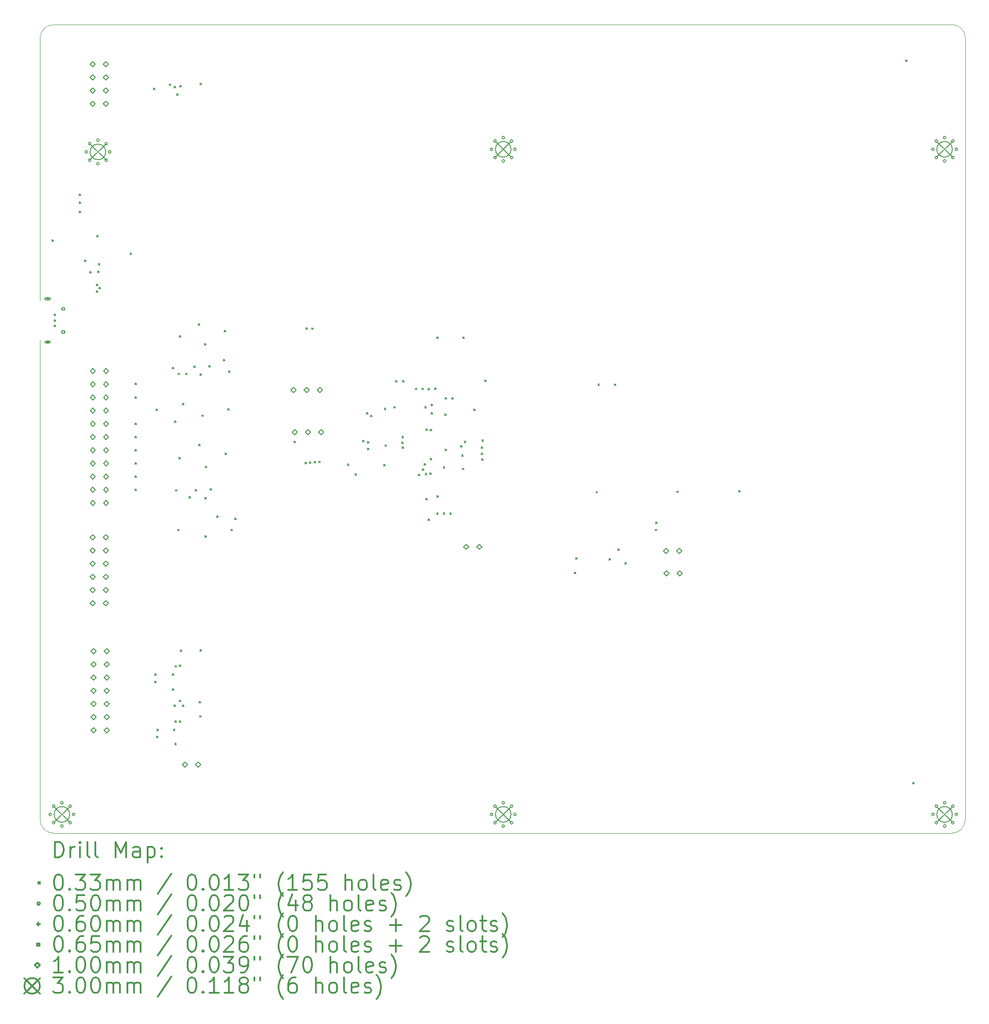
<source format=gbr>
%FSLAX45Y45*%
G04 Gerber Fmt 4.5, Leading zero omitted, Abs format (unit mm)*
G04 Created by KiCad (PCBNEW (5.1.9)-1) date 2021-06-08 08:10:25*
%MOMM*%
%LPD*%
G01*
G04 APERTURE LIST*
%TA.AperFunction,Profile*%
%ADD10C,0.038100*%
%TD*%
%TA.AperFunction,Profile*%
%ADD11C,0.050000*%
%TD*%
%ADD12C,0.200000*%
%ADD13C,0.300000*%
G04 APERTURE END LIST*
D10*
X5991860Y-19474180D02*
G75*
G03*
X6245860Y-19728180I254000J0D01*
G01*
X23563580Y-19728180D02*
G75*
G03*
X23820120Y-19471640I0J256540D01*
G01*
X23820079Y-4409320D02*
G75*
G03*
X23563580Y-4160520I-253959J-5200D01*
G01*
X6248520Y-4163074D02*
G75*
G03*
X5991860Y-4417060I-2660J-253986D01*
G01*
D11*
X5991860Y-10232390D02*
X5991860Y-19474180D01*
D10*
X5991860Y-10232390D02*
X5991640Y-10230200D01*
D11*
X5991640Y-9480200D02*
X5991860Y-4417060D01*
X23563580Y-19728180D02*
X6245860Y-19728180D01*
X23820079Y-4409320D02*
X23820133Y-19471640D01*
X6248520Y-4163074D02*
X23563580Y-4160520D01*
D12*
X6216650Y-8298180D02*
X6249670Y-8331200D01*
X6249670Y-8298180D02*
X6216650Y-8331200D01*
X6261100Y-9733280D02*
X6294120Y-9766300D01*
X6294120Y-9733280D02*
X6261100Y-9766300D01*
X6261100Y-9841230D02*
X6294120Y-9874250D01*
X6294120Y-9841230D02*
X6261100Y-9874250D01*
X6261100Y-9942830D02*
X6294120Y-9975850D01*
X6294120Y-9942830D02*
X6261100Y-9975850D01*
X6743700Y-7421880D02*
X6776720Y-7454900D01*
X6776720Y-7421880D02*
X6743700Y-7454900D01*
X6743700Y-7574280D02*
X6776720Y-7607300D01*
X6776720Y-7574280D02*
X6743700Y-7607300D01*
X6743700Y-7752080D02*
X6776720Y-7785100D01*
X6776720Y-7752080D02*
X6743700Y-7785100D01*
X6845300Y-8691880D02*
X6878320Y-8724900D01*
X6878320Y-8691880D02*
X6845300Y-8724900D01*
X6945630Y-8911590D02*
X6978650Y-8944610D01*
X6978650Y-8911590D02*
X6945630Y-8944610D01*
X7072630Y-9152890D02*
X7105650Y-9185910D01*
X7105650Y-9152890D02*
X7072630Y-9185910D01*
X7072630Y-9279890D02*
X7105650Y-9312910D01*
X7105650Y-9279890D02*
X7072630Y-9312910D01*
X7080250Y-8215630D02*
X7113270Y-8248650D01*
X7113270Y-8215630D02*
X7080250Y-8248650D01*
X7098030Y-8898890D02*
X7131050Y-8931910D01*
X7131050Y-8898890D02*
X7098030Y-8931910D01*
X7110730Y-8759190D02*
X7143750Y-8792210D01*
X7143750Y-8759190D02*
X7110730Y-8792210D01*
X7123430Y-9216390D02*
X7156450Y-9249410D01*
X7156450Y-9216390D02*
X7123430Y-9249410D01*
X7720330Y-8555990D02*
X7753350Y-8589010D01*
X7753350Y-8555990D02*
X7720330Y-8589010D01*
X7814818Y-13101066D02*
X7847838Y-13134086D01*
X7847838Y-13101066D02*
X7814818Y-13134086D01*
X7815834Y-11322050D02*
X7848854Y-11355070D01*
X7848854Y-11322050D02*
X7815834Y-11355070D01*
X7817866Y-12338050D02*
X7850886Y-12371070D01*
X7850886Y-12338050D02*
X7817866Y-12371070D01*
X7818374Y-12592050D02*
X7851394Y-12625070D01*
X7851394Y-12592050D02*
X7818374Y-12625070D01*
X7818628Y-11064240D02*
X7851648Y-11097260D01*
X7851648Y-11064240D02*
X7818628Y-11097260D01*
X7818882Y-12849098D02*
X7851902Y-12882118D01*
X7851902Y-12849098D02*
X7818882Y-12882118D01*
X7819898Y-11832590D02*
X7852918Y-11865610D01*
X7852918Y-11832590D02*
X7819898Y-11865610D01*
X7820406Y-12085066D02*
X7853426Y-12118086D01*
X7853426Y-12085066D02*
X7820406Y-12118086D01*
X8171180Y-5377180D02*
X8204200Y-5410200D01*
X8204200Y-5377180D02*
X8171180Y-5410200D01*
X8200390Y-16659860D02*
X8233410Y-16692880D01*
X8233410Y-16659860D02*
X8200390Y-16692880D01*
X8200390Y-16799560D02*
X8233410Y-16832580D01*
X8233410Y-16799560D02*
X8200390Y-16832580D01*
X8221980Y-11557000D02*
X8255000Y-11590020D01*
X8255000Y-11557000D02*
X8221980Y-11590020D01*
X8233410Y-17860010D02*
X8266430Y-17893030D01*
X8266430Y-17860010D02*
X8233410Y-17893030D01*
X8238490Y-17722850D02*
X8271510Y-17755870D01*
X8271510Y-17722850D02*
X8238490Y-17755870D01*
X8477250Y-5299710D02*
X8510270Y-5332730D01*
X8510270Y-5299710D02*
X8477250Y-5332730D01*
X8536940Y-10754360D02*
X8569960Y-10787380D01*
X8569960Y-10754360D02*
X8536940Y-10787380D01*
X8540750Y-16659860D02*
X8573770Y-16692880D01*
X8573770Y-16659860D02*
X8540750Y-16692880D01*
X8540750Y-16948150D02*
X8573770Y-16981170D01*
X8573770Y-16948150D02*
X8540750Y-16981170D01*
X8558530Y-17725390D02*
X8591550Y-17758410D01*
X8591550Y-17725390D02*
X8558530Y-17758410D01*
X8568690Y-5344160D02*
X8601710Y-5377180D01*
X8601710Y-5344160D02*
X8568690Y-5377180D01*
X8568690Y-17260570D02*
X8601710Y-17293590D01*
X8601710Y-17260570D02*
X8568690Y-17293590D01*
X8578850Y-11786870D02*
X8611870Y-11819890D01*
X8611870Y-11786870D02*
X8578850Y-11819890D01*
X8583930Y-17993360D02*
X8616950Y-18026380D01*
X8616950Y-17993360D02*
X8583930Y-18026380D01*
X8589010Y-16501110D02*
X8622030Y-16534130D01*
X8622030Y-16501110D02*
X8589010Y-16534130D01*
X8589010Y-17565370D02*
X8622030Y-17598390D01*
X8622030Y-17565370D02*
X8589010Y-17598390D01*
X8599170Y-13114020D02*
X8632190Y-13147040D01*
X8632190Y-13114020D02*
X8599170Y-13147040D01*
X8619490Y-5491480D02*
X8652510Y-5524500D01*
X8652510Y-5491480D02*
X8619490Y-5524500D01*
X8637270Y-13876020D02*
X8670290Y-13909040D01*
X8670290Y-13876020D02*
X8637270Y-13909040D01*
X8643874Y-10870438D02*
X8676894Y-10903458D01*
X8676894Y-10870438D02*
X8643874Y-10903458D01*
X8662670Y-12494260D02*
X8695690Y-12527280D01*
X8695690Y-12494260D02*
X8662670Y-12527280D01*
X8669020Y-10144760D02*
X8702040Y-10177780D01*
X8702040Y-10144760D02*
X8669020Y-10177780D01*
X8670290Y-17166590D02*
X8703310Y-17199610D01*
X8703310Y-17166590D02*
X8670290Y-17199610D01*
X8675370Y-16490950D02*
X8708390Y-16523970D01*
X8708390Y-16490950D02*
X8675370Y-16523970D01*
X8675702Y-17564670D02*
X8708722Y-17597690D01*
X8708722Y-17564670D02*
X8675702Y-17597690D01*
X8680450Y-5332730D02*
X8713470Y-5365750D01*
X8713470Y-5332730D02*
X8680450Y-5365750D01*
X8690610Y-16202660D02*
X8723630Y-16235680D01*
X8723630Y-16202660D02*
X8690610Y-16235680D01*
X8729980Y-11450320D02*
X8763000Y-11483340D01*
X8763000Y-11450320D02*
X8729980Y-11483340D01*
X8731805Y-17258585D02*
X8764825Y-17291605D01*
X8764825Y-17258585D02*
X8731805Y-17291605D01*
X8792210Y-10870438D02*
X8825230Y-10903458D01*
X8825230Y-10870438D02*
X8792210Y-10903458D01*
X8856980Y-13242290D02*
X8890000Y-13275310D01*
X8890000Y-13242290D02*
X8856980Y-13275310D01*
X8952738Y-10734802D02*
X8985758Y-10767822D01*
X8985758Y-10734802D02*
X8952738Y-10767822D01*
X8978900Y-13107670D02*
X9011920Y-13140690D01*
X9011920Y-13107670D02*
X8978900Y-13140690D01*
X9036050Y-9917430D02*
X9069070Y-9950450D01*
X9069070Y-9917430D02*
X9036050Y-9950450D01*
X9043670Y-12240260D02*
X9076690Y-12273280D01*
X9076690Y-12240260D02*
X9043670Y-12273280D01*
X9052560Y-17191990D02*
X9085580Y-17225010D01*
X9085580Y-17191990D02*
X9052560Y-17225010D01*
X9060180Y-17466310D02*
X9093200Y-17499330D01*
X9093200Y-17466310D02*
X9060180Y-17499330D01*
X9067800Y-16191230D02*
X9100820Y-16224250D01*
X9100820Y-16191230D02*
X9067800Y-16224250D01*
X9072880Y-5283200D02*
X9105900Y-5316220D01*
X9105900Y-5283200D02*
X9072880Y-5316220D01*
X9073642Y-10881614D02*
X9106662Y-10914634D01*
X9106662Y-10881614D02*
X9073642Y-10914634D01*
X9101220Y-11674710D02*
X9134240Y-11707730D01*
X9134240Y-11674710D02*
X9101220Y-11707730D01*
X9156700Y-10297160D02*
X9189720Y-10330180D01*
X9189720Y-10297160D02*
X9156700Y-10330180D01*
X9163050Y-13261340D02*
X9196070Y-13294360D01*
X9196070Y-13261340D02*
X9163050Y-13294360D01*
X9164720Y-13996270D02*
X9197740Y-14029290D01*
X9197740Y-13996270D02*
X9164720Y-14029290D01*
X9170670Y-12659360D02*
X9203690Y-12692380D01*
X9203690Y-12659360D02*
X9170670Y-12692380D01*
X9236202Y-10723626D02*
X9269222Y-10756646D01*
X9269222Y-10723626D02*
X9236202Y-10756646D01*
X9267190Y-13091160D02*
X9300210Y-13124180D01*
X9300210Y-13091160D02*
X9267190Y-13124180D01*
X9392920Y-13615670D02*
X9425940Y-13648690D01*
X9425940Y-13615670D02*
X9392920Y-13648690D01*
X9518650Y-10601960D02*
X9551670Y-10634980D01*
X9551670Y-10601960D02*
X9518650Y-10634980D01*
X9537700Y-10043160D02*
X9570720Y-10076180D01*
X9570720Y-10043160D02*
X9537700Y-10076180D01*
X9551670Y-12405360D02*
X9584690Y-12438380D01*
X9584690Y-12405360D02*
X9551670Y-12438380D01*
X9602470Y-11554460D02*
X9635490Y-11587480D01*
X9635490Y-11554460D02*
X9602470Y-11587480D01*
X9620250Y-10821162D02*
X9653270Y-10854182D01*
X9653270Y-10821162D02*
X9620250Y-10854182D01*
X9665970Y-13876020D02*
X9698990Y-13909040D01*
X9698990Y-13876020D02*
X9665970Y-13909040D01*
X9742170Y-13660120D02*
X9775190Y-13693140D01*
X9775190Y-13660120D02*
X9742170Y-13693140D01*
X10885170Y-12179300D02*
X10918190Y-12212320D01*
X10918190Y-12179300D02*
X10885170Y-12212320D01*
X11095990Y-12586970D02*
X11129010Y-12619990D01*
X11129010Y-12586970D02*
X11095990Y-12619990D01*
X11109960Y-9991090D02*
X11142980Y-10024110D01*
X11142980Y-9991090D02*
X11109960Y-10024110D01*
X11182350Y-12575540D02*
X11215370Y-12608560D01*
X11215370Y-12575540D02*
X11182350Y-12608560D01*
X11219180Y-9998710D02*
X11252200Y-10031730D01*
X11252200Y-9998710D02*
X11219180Y-10031730D01*
X11272520Y-12567920D02*
X11305540Y-12600940D01*
X11305540Y-12567920D02*
X11272520Y-12600940D01*
X11360150Y-12564110D02*
X11393170Y-12597130D01*
X11393170Y-12564110D02*
X11360150Y-12597130D01*
X11911330Y-12618720D02*
X11944350Y-12651740D01*
X11944350Y-12618720D02*
X11911330Y-12651740D01*
X12061190Y-12807950D02*
X12094210Y-12840970D01*
X12094210Y-12807950D02*
X12061190Y-12840970D01*
X12199620Y-12158980D02*
X12232640Y-12192000D01*
X12232640Y-12158980D02*
X12199620Y-12192000D01*
X12280138Y-11624818D02*
X12313158Y-11657838D01*
X12313158Y-11624818D02*
X12280138Y-11657838D01*
X12297410Y-12313920D02*
X12330430Y-12346940D01*
X12330430Y-12313920D02*
X12297410Y-12346940D01*
X12297926Y-12187436D02*
X12330946Y-12220456D01*
X12330946Y-12187436D02*
X12297926Y-12220456D01*
X12353290Y-11678158D02*
X12386310Y-11711178D01*
X12386310Y-11678158D02*
X12353290Y-11711178D01*
X12608560Y-12625070D02*
X12641580Y-12658090D01*
X12641580Y-12625070D02*
X12608560Y-12658090D01*
X12622530Y-11540490D02*
X12655550Y-11573510D01*
X12655550Y-11540490D02*
X12622530Y-11573510D01*
X12637770Y-12250420D02*
X12670790Y-12283440D01*
X12670790Y-12250420D02*
X12637770Y-12283440D01*
X12803886Y-11514074D02*
X12836906Y-11547094D01*
X12836906Y-11514074D02*
X12803886Y-11547094D01*
X12834619Y-11013440D02*
X12867639Y-11046460D01*
X12867639Y-11013440D02*
X12834619Y-11046460D01*
X12955270Y-12192000D02*
X12988290Y-12225020D01*
X12988290Y-12192000D02*
X12955270Y-12225020D01*
X12961366Y-12084050D02*
X12994386Y-12117070D01*
X12994386Y-12084050D02*
X12961366Y-12117070D01*
X12965430Y-12289282D02*
X12998450Y-12322302D01*
X12998450Y-12289282D02*
X12965430Y-12322302D01*
X12975590Y-11013440D02*
X13008610Y-11046460D01*
X13008610Y-11013440D02*
X12975590Y-11046460D01*
X13216890Y-11158220D02*
X13249910Y-11191240D01*
X13249910Y-11158220D02*
X13216890Y-11191240D01*
X13276580Y-12810490D02*
X13309600Y-12843510D01*
X13309600Y-12810490D02*
X13276580Y-12843510D01*
X13343890Y-11158220D02*
X13376910Y-11191240D01*
X13376910Y-11158220D02*
X13343890Y-11191240D01*
X13357860Y-12712700D02*
X13390880Y-12745720D01*
X13390880Y-12712700D02*
X13357860Y-12745720D01*
X13387070Y-12613640D02*
X13420090Y-12646660D01*
X13420090Y-12613640D02*
X13387070Y-12646660D01*
X13401040Y-11507470D02*
X13434060Y-11540490D01*
X13434060Y-11507470D02*
X13401040Y-11540490D01*
X13409930Y-12793980D02*
X13442950Y-12827000D01*
X13442950Y-12793980D02*
X13409930Y-12827000D01*
X13419192Y-11939913D02*
X13452212Y-11972933D01*
X13452212Y-11939913D02*
X13419192Y-11972933D01*
X13421360Y-13282928D02*
X13454380Y-13315948D01*
X13454380Y-13282928D02*
X13421360Y-13315948D01*
X13462000Y-13680440D02*
X13495020Y-13713460D01*
X13495020Y-13680440D02*
X13462000Y-13713460D01*
X13464540Y-11160760D02*
X13497560Y-11193780D01*
X13497560Y-11160760D02*
X13464540Y-11193780D01*
X13498830Y-12788900D02*
X13531850Y-12821920D01*
X13531850Y-12788900D02*
X13498830Y-12821920D01*
X13503910Y-12510770D02*
X13536930Y-12543790D01*
X13536930Y-12510770D02*
X13503910Y-12543790D01*
X13506450Y-11946890D02*
X13539470Y-11979910D01*
X13539470Y-11946890D02*
X13506450Y-11979910D01*
X13526770Y-11631930D02*
X13559790Y-11664950D01*
X13559790Y-11631930D02*
X13526770Y-11664950D01*
X13526840Y-11465630D02*
X13559860Y-11498650D01*
X13559860Y-11465630D02*
X13526840Y-11498650D01*
X13591540Y-11154410D02*
X13624560Y-11187430D01*
X13624560Y-11154410D02*
X13591540Y-11187430D01*
X13629640Y-13558520D02*
X13662660Y-13591540D01*
X13662660Y-13558520D02*
X13629640Y-13591540D01*
X13632180Y-10168890D02*
X13665200Y-10201910D01*
X13665200Y-10168890D02*
X13632180Y-10201910D01*
X13634085Y-13225145D02*
X13667105Y-13258165D01*
X13667105Y-13225145D02*
X13634085Y-13258165D01*
X13756640Y-12666980D02*
X13789660Y-12700000D01*
X13789660Y-12666980D02*
X13756640Y-12700000D01*
X13756640Y-13558520D02*
X13789660Y-13591540D01*
X13789660Y-13558520D02*
X13756640Y-13591540D01*
X13789660Y-11653520D02*
X13822680Y-11686540D01*
X13822680Y-11653520D02*
X13789660Y-11686540D01*
X13796010Y-12332970D02*
X13829030Y-12365990D01*
X13829030Y-12332970D02*
X13796010Y-12365990D01*
X13797280Y-11339830D02*
X13830300Y-11372850D01*
X13830300Y-11339830D02*
X13797280Y-11372850D01*
X13883640Y-13558520D02*
X13916660Y-13591540D01*
X13916660Y-13558520D02*
X13883640Y-13591540D01*
X13924280Y-11339830D02*
X13957300Y-11372850D01*
X13957300Y-11339830D02*
X13924280Y-11372850D01*
X14091920Y-12260580D02*
X14124940Y-12293600D01*
X14124940Y-12260580D02*
X14091920Y-12293600D01*
X14112310Y-12439720D02*
X14145330Y-12472740D01*
X14145330Y-12439720D02*
X14112310Y-12472740D01*
X14126210Y-12699411D02*
X14159230Y-12732431D01*
X14159230Y-12699411D02*
X14126210Y-12732431D01*
X14136370Y-10172700D02*
X14169390Y-10205720D01*
X14169390Y-10172700D02*
X14136370Y-10205720D01*
X14163040Y-12179300D02*
X14196060Y-12212320D01*
X14196060Y-12179300D02*
X14163040Y-12212320D01*
X14342110Y-11562080D02*
X14375130Y-11595100D01*
X14375130Y-11562080D02*
X14342110Y-11595100D01*
X14488160Y-12291060D02*
X14521180Y-12324080D01*
X14521180Y-12291060D02*
X14488160Y-12324080D01*
X14488160Y-12405360D02*
X14521180Y-12438380D01*
X14521180Y-12405360D02*
X14488160Y-12438380D01*
X14494510Y-12514580D02*
X14527530Y-12547600D01*
X14527530Y-12514580D02*
X14494510Y-12547600D01*
X14502130Y-12153900D02*
X14535150Y-12186920D01*
X14535150Y-12153900D02*
X14502130Y-12186920D01*
X14560550Y-11002010D02*
X14593570Y-11035030D01*
X14593570Y-11002010D02*
X14560550Y-11035030D01*
X16285210Y-14701520D02*
X16318230Y-14734540D01*
X16318230Y-14701520D02*
X16285210Y-14734540D01*
X16310610Y-14422120D02*
X16343630Y-14455140D01*
X16343630Y-14422120D02*
X16310610Y-14455140D01*
X16703474Y-13148310D02*
X16736494Y-13181330D01*
X16736494Y-13148310D02*
X16703474Y-13181330D01*
X16737330Y-11074400D02*
X16770350Y-11107420D01*
X16770350Y-11074400D02*
X16737330Y-11107420D01*
X16954500Y-14439900D02*
X16987520Y-14472920D01*
X16987520Y-14439900D02*
X16954500Y-14472920D01*
X17054830Y-11074400D02*
X17087850Y-11107420D01*
X17087850Y-11074400D02*
X17054830Y-11107420D01*
X17119494Y-14253104D02*
X17152514Y-14286124D01*
X17152514Y-14253104D02*
X17119494Y-14286124D01*
X17254220Y-14516100D02*
X17287240Y-14549120D01*
X17287240Y-14516100D02*
X17254220Y-14549120D01*
X17840960Y-13876020D02*
X17873980Y-13909040D01*
X17873980Y-13876020D02*
X17840960Y-13909040D01*
X17847310Y-13736320D02*
X17880330Y-13769340D01*
X17880330Y-13736320D02*
X17847310Y-13769340D01*
X18253710Y-13139420D02*
X18286730Y-13172440D01*
X18286730Y-13139420D02*
X18253710Y-13172440D01*
X19447510Y-13126720D02*
X19480530Y-13159740D01*
X19480530Y-13126720D02*
X19447510Y-13159740D01*
X22668230Y-4839970D02*
X22701250Y-4872990D01*
X22701250Y-4839970D02*
X22668230Y-4872990D01*
X22800310Y-18750280D02*
X22833330Y-18783300D01*
X22833330Y-18750280D02*
X22800310Y-18783300D01*
X6210420Y-19368790D02*
G75*
G03*
X6210420Y-19368790I-25000J0D01*
G01*
X6276321Y-19209691D02*
G75*
G03*
X6276321Y-19209691I-25000J0D01*
G01*
X6276321Y-19527889D02*
G75*
G03*
X6276321Y-19527889I-25000J0D01*
G01*
X6435420Y-19143790D02*
G75*
G03*
X6435420Y-19143790I-25000J0D01*
G01*
X6435420Y-19593790D02*
G75*
G03*
X6435420Y-19593790I-25000J0D01*
G01*
X6594519Y-19209691D02*
G75*
G03*
X6594519Y-19209691I-25000J0D01*
G01*
X6594519Y-19527889D02*
G75*
G03*
X6594519Y-19527889I-25000J0D01*
G01*
X6660420Y-19368790D02*
G75*
G03*
X6660420Y-19368790I-25000J0D01*
G01*
X6904380Y-6611620D02*
G75*
G03*
X6904380Y-6611620I-25000J0D01*
G01*
X6970281Y-6452521D02*
G75*
G03*
X6970281Y-6452521I-25000J0D01*
G01*
X6970281Y-6770719D02*
G75*
G03*
X6970281Y-6770719I-25000J0D01*
G01*
X7129380Y-6386620D02*
G75*
G03*
X7129380Y-6386620I-25000J0D01*
G01*
X7129380Y-6836620D02*
G75*
G03*
X7129380Y-6836620I-25000J0D01*
G01*
X7288479Y-6452521D02*
G75*
G03*
X7288479Y-6452521I-25000J0D01*
G01*
X7288479Y-6770719D02*
G75*
G03*
X7288479Y-6770719I-25000J0D01*
G01*
X7354380Y-6611620D02*
G75*
G03*
X7354380Y-6611620I-25000J0D01*
G01*
X14715420Y-6560790D02*
G75*
G03*
X14715420Y-6560790I-25000J0D01*
G01*
X14715420Y-19368790D02*
G75*
G03*
X14715420Y-19368790I-25000J0D01*
G01*
X14781321Y-6401691D02*
G75*
G03*
X14781321Y-6401691I-25000J0D01*
G01*
X14781321Y-6719889D02*
G75*
G03*
X14781321Y-6719889I-25000J0D01*
G01*
X14781321Y-19209691D02*
G75*
G03*
X14781321Y-19209691I-25000J0D01*
G01*
X14781321Y-19527889D02*
G75*
G03*
X14781321Y-19527889I-25000J0D01*
G01*
X14940420Y-6335790D02*
G75*
G03*
X14940420Y-6335790I-25000J0D01*
G01*
X14940420Y-6785790D02*
G75*
G03*
X14940420Y-6785790I-25000J0D01*
G01*
X14940420Y-19143790D02*
G75*
G03*
X14940420Y-19143790I-25000J0D01*
G01*
X14940420Y-19593790D02*
G75*
G03*
X14940420Y-19593790I-25000J0D01*
G01*
X15099519Y-6401691D02*
G75*
G03*
X15099519Y-6401691I-25000J0D01*
G01*
X15099519Y-6719889D02*
G75*
G03*
X15099519Y-6719889I-25000J0D01*
G01*
X15099519Y-19209691D02*
G75*
G03*
X15099519Y-19209691I-25000J0D01*
G01*
X15099519Y-19527889D02*
G75*
G03*
X15099519Y-19527889I-25000J0D01*
G01*
X15165420Y-6560790D02*
G75*
G03*
X15165420Y-6560790I-25000J0D01*
G01*
X15165420Y-19368790D02*
G75*
G03*
X15165420Y-19368790I-25000J0D01*
G01*
X23220420Y-6560790D02*
G75*
G03*
X23220420Y-6560790I-25000J0D01*
G01*
X23220420Y-19368790D02*
G75*
G03*
X23220420Y-19368790I-25000J0D01*
G01*
X23286321Y-6401691D02*
G75*
G03*
X23286321Y-6401691I-25000J0D01*
G01*
X23286321Y-6719889D02*
G75*
G03*
X23286321Y-6719889I-25000J0D01*
G01*
X23286321Y-19209691D02*
G75*
G03*
X23286321Y-19209691I-25000J0D01*
G01*
X23286321Y-19527889D02*
G75*
G03*
X23286321Y-19527889I-25000J0D01*
G01*
X23445420Y-6335790D02*
G75*
G03*
X23445420Y-6335790I-25000J0D01*
G01*
X23445420Y-6785790D02*
G75*
G03*
X23445420Y-6785790I-25000J0D01*
G01*
X23445420Y-19143790D02*
G75*
G03*
X23445420Y-19143790I-25000J0D01*
G01*
X23445420Y-19593790D02*
G75*
G03*
X23445420Y-19593790I-25000J0D01*
G01*
X23604519Y-6401691D02*
G75*
G03*
X23604519Y-6401691I-25000J0D01*
G01*
X23604519Y-6719889D02*
G75*
G03*
X23604519Y-6719889I-25000J0D01*
G01*
X23604519Y-19209691D02*
G75*
G03*
X23604519Y-19209691I-25000J0D01*
G01*
X23604519Y-19527889D02*
G75*
G03*
X23604519Y-19527889I-25000J0D01*
G01*
X23670420Y-6560790D02*
G75*
G03*
X23670420Y-6560790I-25000J0D01*
G01*
X23670420Y-19368790D02*
G75*
G03*
X23670420Y-19368790I-25000J0D01*
G01*
X6136640Y-9407700D02*
X6136640Y-9467700D01*
X6106640Y-9437700D02*
X6166640Y-9437700D01*
X6101640Y-9457700D02*
X6171640Y-9457700D01*
X6101640Y-9417700D02*
X6171640Y-9417700D01*
X6171640Y-9457700D02*
G75*
G03*
X6171640Y-9417700I0J20000D01*
G01*
X6101640Y-9417700D02*
G75*
G03*
X6101640Y-9457700I0J-20000D01*
G01*
X6136640Y-10242700D02*
X6136640Y-10302700D01*
X6106640Y-10272700D02*
X6166640Y-10272700D01*
X6101640Y-10292700D02*
X6171640Y-10292700D01*
X6101640Y-10252700D02*
X6171640Y-10252700D01*
X6171640Y-10292700D02*
G75*
G03*
X6171640Y-10252700I0J20000D01*
G01*
X6101640Y-10252700D02*
G75*
G03*
X6101640Y-10292700I0J-20000D01*
G01*
X6459621Y-9655681D02*
X6459621Y-9609719D01*
X6413659Y-9609719D01*
X6413659Y-9655681D01*
X6459621Y-9655681D01*
X6426640Y-9655200D02*
X6446640Y-9655200D01*
X6426640Y-9610200D02*
X6446640Y-9610200D01*
X6446640Y-9655200D02*
G75*
G03*
X6446640Y-9610200I0J22500D01*
G01*
X6426640Y-9610200D02*
G75*
G03*
X6426640Y-9655200I0J-22500D01*
G01*
X6459621Y-10100681D02*
X6459621Y-10054719D01*
X6413659Y-10054719D01*
X6413659Y-10100681D01*
X6459621Y-10100681D01*
X6426640Y-10100200D02*
X6446640Y-10100200D01*
X6426640Y-10055200D02*
X6446640Y-10055200D01*
X6446640Y-10100200D02*
G75*
G03*
X6446640Y-10055200I0J22500D01*
G01*
X6426640Y-10055200D02*
G75*
G03*
X6426640Y-10100200I0J-22500D01*
G01*
X7002780Y-14079690D02*
X7052780Y-14029690D01*
X7002780Y-13979690D01*
X6952780Y-14029690D01*
X7002780Y-14079690D01*
X7002780Y-14333690D02*
X7052780Y-14283690D01*
X7002780Y-14233690D01*
X6952780Y-14283690D01*
X7002780Y-14333690D01*
X7002780Y-14587690D02*
X7052780Y-14537690D01*
X7002780Y-14487690D01*
X6952780Y-14537690D01*
X7002780Y-14587690D01*
X7002780Y-14841690D02*
X7052780Y-14791690D01*
X7002780Y-14741690D01*
X6952780Y-14791690D01*
X7002780Y-14841690D01*
X7002780Y-15095690D02*
X7052780Y-15045690D01*
X7002780Y-14995690D01*
X6952780Y-15045690D01*
X7002780Y-15095690D01*
X7002780Y-15349690D02*
X7052780Y-15299690D01*
X7002780Y-15249690D01*
X6952780Y-15299690D01*
X7002780Y-15349690D01*
X7005320Y-4973790D02*
X7055320Y-4923790D01*
X7005320Y-4873790D01*
X6955320Y-4923790D01*
X7005320Y-4973790D01*
X7005320Y-5227790D02*
X7055320Y-5177790D01*
X7005320Y-5127790D01*
X6955320Y-5177790D01*
X7005320Y-5227790D01*
X7005320Y-5481790D02*
X7055320Y-5431790D01*
X7005320Y-5381790D01*
X6955320Y-5431790D01*
X7005320Y-5481790D01*
X7005320Y-5735790D02*
X7055320Y-5685790D01*
X7005320Y-5635790D01*
X6955320Y-5685790D01*
X7005320Y-5735790D01*
X7007860Y-10879290D02*
X7057860Y-10829290D01*
X7007860Y-10779290D01*
X6957860Y-10829290D01*
X7007860Y-10879290D01*
X7007860Y-11133290D02*
X7057860Y-11083290D01*
X7007860Y-11033290D01*
X6957860Y-11083290D01*
X7007860Y-11133290D01*
X7007860Y-11387290D02*
X7057860Y-11337290D01*
X7007860Y-11287290D01*
X6957860Y-11337290D01*
X7007860Y-11387290D01*
X7007860Y-11641290D02*
X7057860Y-11591290D01*
X7007860Y-11541290D01*
X6957860Y-11591290D01*
X7007860Y-11641290D01*
X7007860Y-11895290D02*
X7057860Y-11845290D01*
X7007860Y-11795290D01*
X6957860Y-11845290D01*
X7007860Y-11895290D01*
X7007860Y-12149290D02*
X7057860Y-12099290D01*
X7007860Y-12049290D01*
X6957860Y-12099290D01*
X7007860Y-12149290D01*
X7007860Y-12403290D02*
X7057860Y-12353290D01*
X7007860Y-12303290D01*
X6957860Y-12353290D01*
X7007860Y-12403290D01*
X7007860Y-12657290D02*
X7057860Y-12607290D01*
X7007860Y-12557290D01*
X6957860Y-12607290D01*
X7007860Y-12657290D01*
X7007860Y-12911290D02*
X7057860Y-12861290D01*
X7007860Y-12811290D01*
X6957860Y-12861290D01*
X7007860Y-12911290D01*
X7007860Y-13165290D02*
X7057860Y-13115290D01*
X7007860Y-13065290D01*
X6957860Y-13115290D01*
X7007860Y-13165290D01*
X7007860Y-13419290D02*
X7057860Y-13369290D01*
X7007860Y-13319290D01*
X6957860Y-13369290D01*
X7007860Y-13419290D01*
X7018020Y-16276790D02*
X7068020Y-16226790D01*
X7018020Y-16176790D01*
X6968020Y-16226790D01*
X7018020Y-16276790D01*
X7018020Y-16530790D02*
X7068020Y-16480790D01*
X7018020Y-16430790D01*
X6968020Y-16480790D01*
X7018020Y-16530790D01*
X7018020Y-16784790D02*
X7068020Y-16734790D01*
X7018020Y-16684790D01*
X6968020Y-16734790D01*
X7018020Y-16784790D01*
X7018020Y-17038790D02*
X7068020Y-16988790D01*
X7018020Y-16938790D01*
X6968020Y-16988790D01*
X7018020Y-17038790D01*
X7018020Y-17292790D02*
X7068020Y-17242790D01*
X7018020Y-17192790D01*
X6968020Y-17242790D01*
X7018020Y-17292790D01*
X7018020Y-17546790D02*
X7068020Y-17496790D01*
X7018020Y-17446790D01*
X6968020Y-17496790D01*
X7018020Y-17546790D01*
X7018020Y-17800790D02*
X7068020Y-17750790D01*
X7018020Y-17700790D01*
X6968020Y-17750790D01*
X7018020Y-17800790D01*
X7256780Y-14079690D02*
X7306780Y-14029690D01*
X7256780Y-13979690D01*
X7206780Y-14029690D01*
X7256780Y-14079690D01*
X7256780Y-14333690D02*
X7306780Y-14283690D01*
X7256780Y-14233690D01*
X7206780Y-14283690D01*
X7256780Y-14333690D01*
X7256780Y-14587690D02*
X7306780Y-14537690D01*
X7256780Y-14487690D01*
X7206780Y-14537690D01*
X7256780Y-14587690D01*
X7256780Y-14841690D02*
X7306780Y-14791690D01*
X7256780Y-14741690D01*
X7206780Y-14791690D01*
X7256780Y-14841690D01*
X7256780Y-15095690D02*
X7306780Y-15045690D01*
X7256780Y-14995690D01*
X7206780Y-15045690D01*
X7256780Y-15095690D01*
X7256780Y-15349690D02*
X7306780Y-15299690D01*
X7256780Y-15249690D01*
X7206780Y-15299690D01*
X7256780Y-15349690D01*
X7259320Y-4973790D02*
X7309320Y-4923790D01*
X7259320Y-4873790D01*
X7209320Y-4923790D01*
X7259320Y-4973790D01*
X7259320Y-5227790D02*
X7309320Y-5177790D01*
X7259320Y-5127790D01*
X7209320Y-5177790D01*
X7259320Y-5227790D01*
X7259320Y-5481790D02*
X7309320Y-5431790D01*
X7259320Y-5381790D01*
X7209320Y-5431790D01*
X7259320Y-5481790D01*
X7259320Y-5735790D02*
X7309320Y-5685790D01*
X7259320Y-5635790D01*
X7209320Y-5685790D01*
X7259320Y-5735790D01*
X7261860Y-10879290D02*
X7311860Y-10829290D01*
X7261860Y-10779290D01*
X7211860Y-10829290D01*
X7261860Y-10879290D01*
X7261860Y-11133290D02*
X7311860Y-11083290D01*
X7261860Y-11033290D01*
X7211860Y-11083290D01*
X7261860Y-11133290D01*
X7261860Y-11387290D02*
X7311860Y-11337290D01*
X7261860Y-11287290D01*
X7211860Y-11337290D01*
X7261860Y-11387290D01*
X7261860Y-11641290D02*
X7311860Y-11591290D01*
X7261860Y-11541290D01*
X7211860Y-11591290D01*
X7261860Y-11641290D01*
X7261860Y-11895290D02*
X7311860Y-11845290D01*
X7261860Y-11795290D01*
X7211860Y-11845290D01*
X7261860Y-11895290D01*
X7261860Y-12149290D02*
X7311860Y-12099290D01*
X7261860Y-12049290D01*
X7211860Y-12099290D01*
X7261860Y-12149290D01*
X7261860Y-12403290D02*
X7311860Y-12353290D01*
X7261860Y-12303290D01*
X7211860Y-12353290D01*
X7261860Y-12403290D01*
X7261860Y-12657290D02*
X7311860Y-12607290D01*
X7261860Y-12557290D01*
X7211860Y-12607290D01*
X7261860Y-12657290D01*
X7261860Y-12911290D02*
X7311860Y-12861290D01*
X7261860Y-12811290D01*
X7211860Y-12861290D01*
X7261860Y-12911290D01*
X7261860Y-13165290D02*
X7311860Y-13115290D01*
X7261860Y-13065290D01*
X7211860Y-13115290D01*
X7261860Y-13165290D01*
X7261860Y-13419290D02*
X7311860Y-13369290D01*
X7261860Y-13319290D01*
X7211860Y-13369290D01*
X7261860Y-13419290D01*
X7272020Y-16276790D02*
X7322020Y-16226790D01*
X7272020Y-16176790D01*
X7222020Y-16226790D01*
X7272020Y-16276790D01*
X7272020Y-16530790D02*
X7322020Y-16480790D01*
X7272020Y-16430790D01*
X7222020Y-16480790D01*
X7272020Y-16530790D01*
X7272020Y-16784790D02*
X7322020Y-16734790D01*
X7272020Y-16684790D01*
X7222020Y-16734790D01*
X7272020Y-16784790D01*
X7272020Y-17038790D02*
X7322020Y-16988790D01*
X7272020Y-16938790D01*
X7222020Y-16988790D01*
X7272020Y-17038790D01*
X7272020Y-17292790D02*
X7322020Y-17242790D01*
X7272020Y-17192790D01*
X7222020Y-17242790D01*
X7272020Y-17292790D01*
X7272020Y-17546790D02*
X7322020Y-17496790D01*
X7272020Y-17446790D01*
X7222020Y-17496790D01*
X7272020Y-17546790D01*
X7272020Y-17800790D02*
X7322020Y-17750790D01*
X7272020Y-17700790D01*
X7222020Y-17750790D01*
X7272020Y-17800790D01*
X8782050Y-18459920D02*
X8832050Y-18409920D01*
X8782050Y-18359920D01*
X8732050Y-18409920D01*
X8782050Y-18459920D01*
X9036050Y-18459920D02*
X9086050Y-18409920D01*
X9036050Y-18359920D01*
X8986050Y-18409920D01*
X9036050Y-18459920D01*
X10872470Y-11243780D02*
X10922470Y-11193780D01*
X10872470Y-11143780D01*
X10822470Y-11193780D01*
X10872470Y-11243780D01*
X10901680Y-12061660D02*
X10951680Y-12011660D01*
X10901680Y-11961660D01*
X10851680Y-12011660D01*
X10901680Y-12061660D01*
X11126470Y-11243780D02*
X11176470Y-11193780D01*
X11126470Y-11143780D01*
X11076470Y-11193780D01*
X11126470Y-11243780D01*
X11155680Y-12061660D02*
X11205680Y-12011660D01*
X11155680Y-11961660D01*
X11105680Y-12011660D01*
X11155680Y-12061660D01*
X11380470Y-11243780D02*
X11430470Y-11193780D01*
X11380470Y-11143780D01*
X11330470Y-11193780D01*
X11380470Y-11243780D01*
X11409680Y-12061660D02*
X11459680Y-12011660D01*
X11409680Y-11961660D01*
X11359680Y-12011660D01*
X11409680Y-12061660D01*
X14203680Y-14265110D02*
X14253680Y-14215110D01*
X14203680Y-14165110D01*
X14153680Y-14215110D01*
X14203680Y-14265110D01*
X14457680Y-14265110D02*
X14507680Y-14215110D01*
X14457680Y-14165110D01*
X14407680Y-14215110D01*
X14457680Y-14265110D01*
X18054320Y-14342580D02*
X18104320Y-14292580D01*
X18054320Y-14242580D01*
X18004320Y-14292580D01*
X18054320Y-14342580D01*
X18063210Y-14774380D02*
X18113210Y-14724380D01*
X18063210Y-14674380D01*
X18013210Y-14724380D01*
X18063210Y-14774380D01*
X18308320Y-14342580D02*
X18358320Y-14292580D01*
X18308320Y-14242580D01*
X18258320Y-14292580D01*
X18308320Y-14342580D01*
X18317210Y-14774380D02*
X18367210Y-14724380D01*
X18317210Y-14674380D01*
X18267210Y-14724380D01*
X18317210Y-14774380D01*
X6260420Y-19218790D02*
X6560420Y-19518790D01*
X6560420Y-19218790D02*
X6260420Y-19518790D01*
X6560420Y-19368790D02*
G75*
G03*
X6560420Y-19368790I-150000J0D01*
G01*
X6954380Y-6461620D02*
X7254380Y-6761620D01*
X7254380Y-6461620D02*
X6954380Y-6761620D01*
X7254380Y-6611620D02*
G75*
G03*
X7254380Y-6611620I-150000J0D01*
G01*
X14765420Y-6410790D02*
X15065420Y-6710790D01*
X15065420Y-6410790D02*
X14765420Y-6710790D01*
X15065420Y-6560790D02*
G75*
G03*
X15065420Y-6560790I-150000J0D01*
G01*
X14765420Y-19218790D02*
X15065420Y-19518790D01*
X15065420Y-19218790D02*
X14765420Y-19518790D01*
X15065420Y-19368790D02*
G75*
G03*
X15065420Y-19368790I-150000J0D01*
G01*
X23270420Y-6410790D02*
X23570420Y-6710790D01*
X23570420Y-6410790D02*
X23270420Y-6710790D01*
X23570420Y-6560790D02*
G75*
G03*
X23570420Y-6560790I-150000J0D01*
G01*
X23270420Y-19218790D02*
X23570420Y-19518790D01*
X23570420Y-19218790D02*
X23270420Y-19518790D01*
X23570420Y-19368790D02*
G75*
G03*
X23570420Y-19368790I-150000J0D01*
G01*
D13*
X6273068Y-20196394D02*
X6273068Y-19896394D01*
X6344497Y-19896394D01*
X6387354Y-19910680D01*
X6415926Y-19939252D01*
X6430211Y-19967823D01*
X6444497Y-20024966D01*
X6444497Y-20067823D01*
X6430211Y-20124966D01*
X6415926Y-20153537D01*
X6387354Y-20182109D01*
X6344497Y-20196394D01*
X6273068Y-20196394D01*
X6573068Y-20196394D02*
X6573068Y-19996394D01*
X6573068Y-20053537D02*
X6587354Y-20024966D01*
X6601640Y-20010680D01*
X6630211Y-19996394D01*
X6658783Y-19996394D01*
X6758783Y-20196394D02*
X6758783Y-19996394D01*
X6758783Y-19896394D02*
X6744497Y-19910680D01*
X6758783Y-19924966D01*
X6773068Y-19910680D01*
X6758783Y-19896394D01*
X6758783Y-19924966D01*
X6944497Y-20196394D02*
X6915926Y-20182109D01*
X6901640Y-20153537D01*
X6901640Y-19896394D01*
X7101640Y-20196394D02*
X7073068Y-20182109D01*
X7058783Y-20153537D01*
X7058783Y-19896394D01*
X7444497Y-20196394D02*
X7444497Y-19896394D01*
X7544497Y-20110680D01*
X7644497Y-19896394D01*
X7644497Y-20196394D01*
X7915926Y-20196394D02*
X7915926Y-20039252D01*
X7901640Y-20010680D01*
X7873068Y-19996394D01*
X7815926Y-19996394D01*
X7787354Y-20010680D01*
X7915926Y-20182109D02*
X7887354Y-20196394D01*
X7815926Y-20196394D01*
X7787354Y-20182109D01*
X7773068Y-20153537D01*
X7773068Y-20124966D01*
X7787354Y-20096394D01*
X7815926Y-20082109D01*
X7887354Y-20082109D01*
X7915926Y-20067823D01*
X8058783Y-19996394D02*
X8058783Y-20296394D01*
X8058783Y-20010680D02*
X8087354Y-19996394D01*
X8144497Y-19996394D01*
X8173068Y-20010680D01*
X8187354Y-20024966D01*
X8201640Y-20053537D01*
X8201640Y-20139252D01*
X8187354Y-20167823D01*
X8173068Y-20182109D01*
X8144497Y-20196394D01*
X8087354Y-20196394D01*
X8058783Y-20182109D01*
X8330211Y-20167823D02*
X8344497Y-20182109D01*
X8330211Y-20196394D01*
X8315926Y-20182109D01*
X8330211Y-20167823D01*
X8330211Y-20196394D01*
X8330211Y-20010680D02*
X8344497Y-20024966D01*
X8330211Y-20039252D01*
X8315926Y-20024966D01*
X8330211Y-20010680D01*
X8330211Y-20039252D01*
X5953620Y-20674170D02*
X5986640Y-20707190D01*
X5986640Y-20674170D02*
X5953620Y-20707190D01*
X6330211Y-20526394D02*
X6358783Y-20526394D01*
X6387354Y-20540680D01*
X6401640Y-20554966D01*
X6415926Y-20583537D01*
X6430211Y-20640680D01*
X6430211Y-20712109D01*
X6415926Y-20769252D01*
X6401640Y-20797823D01*
X6387354Y-20812109D01*
X6358783Y-20826394D01*
X6330211Y-20826394D01*
X6301640Y-20812109D01*
X6287354Y-20797823D01*
X6273068Y-20769252D01*
X6258783Y-20712109D01*
X6258783Y-20640680D01*
X6273068Y-20583537D01*
X6287354Y-20554966D01*
X6301640Y-20540680D01*
X6330211Y-20526394D01*
X6558783Y-20797823D02*
X6573068Y-20812109D01*
X6558783Y-20826394D01*
X6544497Y-20812109D01*
X6558783Y-20797823D01*
X6558783Y-20826394D01*
X6673068Y-20526394D02*
X6858783Y-20526394D01*
X6758783Y-20640680D01*
X6801640Y-20640680D01*
X6830211Y-20654966D01*
X6844497Y-20669252D01*
X6858783Y-20697823D01*
X6858783Y-20769252D01*
X6844497Y-20797823D01*
X6830211Y-20812109D01*
X6801640Y-20826394D01*
X6715926Y-20826394D01*
X6687354Y-20812109D01*
X6673068Y-20797823D01*
X6958783Y-20526394D02*
X7144497Y-20526394D01*
X7044497Y-20640680D01*
X7087354Y-20640680D01*
X7115926Y-20654966D01*
X7130211Y-20669252D01*
X7144497Y-20697823D01*
X7144497Y-20769252D01*
X7130211Y-20797823D01*
X7115926Y-20812109D01*
X7087354Y-20826394D01*
X7001640Y-20826394D01*
X6973068Y-20812109D01*
X6958783Y-20797823D01*
X7273068Y-20826394D02*
X7273068Y-20626394D01*
X7273068Y-20654966D02*
X7287354Y-20640680D01*
X7315926Y-20626394D01*
X7358783Y-20626394D01*
X7387354Y-20640680D01*
X7401640Y-20669252D01*
X7401640Y-20826394D01*
X7401640Y-20669252D02*
X7415926Y-20640680D01*
X7444497Y-20626394D01*
X7487354Y-20626394D01*
X7515926Y-20640680D01*
X7530211Y-20669252D01*
X7530211Y-20826394D01*
X7673068Y-20826394D02*
X7673068Y-20626394D01*
X7673068Y-20654966D02*
X7687354Y-20640680D01*
X7715926Y-20626394D01*
X7758783Y-20626394D01*
X7787354Y-20640680D01*
X7801640Y-20669252D01*
X7801640Y-20826394D01*
X7801640Y-20669252D02*
X7815926Y-20640680D01*
X7844497Y-20626394D01*
X7887354Y-20626394D01*
X7915926Y-20640680D01*
X7930211Y-20669252D01*
X7930211Y-20826394D01*
X8515926Y-20512109D02*
X8258783Y-20897823D01*
X8901640Y-20526394D02*
X8930211Y-20526394D01*
X8958783Y-20540680D01*
X8973068Y-20554966D01*
X8987354Y-20583537D01*
X9001640Y-20640680D01*
X9001640Y-20712109D01*
X8987354Y-20769252D01*
X8973068Y-20797823D01*
X8958783Y-20812109D01*
X8930211Y-20826394D01*
X8901640Y-20826394D01*
X8873068Y-20812109D01*
X8858783Y-20797823D01*
X8844497Y-20769252D01*
X8830211Y-20712109D01*
X8830211Y-20640680D01*
X8844497Y-20583537D01*
X8858783Y-20554966D01*
X8873068Y-20540680D01*
X8901640Y-20526394D01*
X9130211Y-20797823D02*
X9144497Y-20812109D01*
X9130211Y-20826394D01*
X9115926Y-20812109D01*
X9130211Y-20797823D01*
X9130211Y-20826394D01*
X9330211Y-20526394D02*
X9358783Y-20526394D01*
X9387354Y-20540680D01*
X9401640Y-20554966D01*
X9415926Y-20583537D01*
X9430211Y-20640680D01*
X9430211Y-20712109D01*
X9415926Y-20769252D01*
X9401640Y-20797823D01*
X9387354Y-20812109D01*
X9358783Y-20826394D01*
X9330211Y-20826394D01*
X9301640Y-20812109D01*
X9287354Y-20797823D01*
X9273068Y-20769252D01*
X9258783Y-20712109D01*
X9258783Y-20640680D01*
X9273068Y-20583537D01*
X9287354Y-20554966D01*
X9301640Y-20540680D01*
X9330211Y-20526394D01*
X9715926Y-20826394D02*
X9544497Y-20826394D01*
X9630211Y-20826394D02*
X9630211Y-20526394D01*
X9601640Y-20569252D01*
X9573068Y-20597823D01*
X9544497Y-20612109D01*
X9815926Y-20526394D02*
X10001640Y-20526394D01*
X9901640Y-20640680D01*
X9944497Y-20640680D01*
X9973068Y-20654966D01*
X9987354Y-20669252D01*
X10001640Y-20697823D01*
X10001640Y-20769252D01*
X9987354Y-20797823D01*
X9973068Y-20812109D01*
X9944497Y-20826394D01*
X9858783Y-20826394D01*
X9830211Y-20812109D01*
X9815926Y-20797823D01*
X10115926Y-20526394D02*
X10115926Y-20583537D01*
X10230211Y-20526394D02*
X10230211Y-20583537D01*
X10673068Y-20940680D02*
X10658783Y-20926394D01*
X10630211Y-20883537D01*
X10615926Y-20854966D01*
X10601640Y-20812109D01*
X10587354Y-20740680D01*
X10587354Y-20683537D01*
X10601640Y-20612109D01*
X10615926Y-20569252D01*
X10630211Y-20540680D01*
X10658783Y-20497823D01*
X10673068Y-20483537D01*
X10944497Y-20826394D02*
X10773068Y-20826394D01*
X10858783Y-20826394D02*
X10858783Y-20526394D01*
X10830211Y-20569252D01*
X10801640Y-20597823D01*
X10773068Y-20612109D01*
X11215926Y-20526394D02*
X11073068Y-20526394D01*
X11058783Y-20669252D01*
X11073068Y-20654966D01*
X11101640Y-20640680D01*
X11173068Y-20640680D01*
X11201640Y-20654966D01*
X11215926Y-20669252D01*
X11230211Y-20697823D01*
X11230211Y-20769252D01*
X11215926Y-20797823D01*
X11201640Y-20812109D01*
X11173068Y-20826394D01*
X11101640Y-20826394D01*
X11073068Y-20812109D01*
X11058783Y-20797823D01*
X11501640Y-20526394D02*
X11358783Y-20526394D01*
X11344497Y-20669252D01*
X11358783Y-20654966D01*
X11387354Y-20640680D01*
X11458783Y-20640680D01*
X11487354Y-20654966D01*
X11501640Y-20669252D01*
X11515926Y-20697823D01*
X11515926Y-20769252D01*
X11501640Y-20797823D01*
X11487354Y-20812109D01*
X11458783Y-20826394D01*
X11387354Y-20826394D01*
X11358783Y-20812109D01*
X11344497Y-20797823D01*
X11873068Y-20826394D02*
X11873068Y-20526394D01*
X12001640Y-20826394D02*
X12001640Y-20669252D01*
X11987354Y-20640680D01*
X11958783Y-20626394D01*
X11915926Y-20626394D01*
X11887354Y-20640680D01*
X11873068Y-20654966D01*
X12187354Y-20826394D02*
X12158783Y-20812109D01*
X12144497Y-20797823D01*
X12130211Y-20769252D01*
X12130211Y-20683537D01*
X12144497Y-20654966D01*
X12158783Y-20640680D01*
X12187354Y-20626394D01*
X12230211Y-20626394D01*
X12258783Y-20640680D01*
X12273068Y-20654966D01*
X12287354Y-20683537D01*
X12287354Y-20769252D01*
X12273068Y-20797823D01*
X12258783Y-20812109D01*
X12230211Y-20826394D01*
X12187354Y-20826394D01*
X12458783Y-20826394D02*
X12430211Y-20812109D01*
X12415926Y-20783537D01*
X12415926Y-20526394D01*
X12687354Y-20812109D02*
X12658783Y-20826394D01*
X12601640Y-20826394D01*
X12573068Y-20812109D01*
X12558783Y-20783537D01*
X12558783Y-20669252D01*
X12573068Y-20640680D01*
X12601640Y-20626394D01*
X12658783Y-20626394D01*
X12687354Y-20640680D01*
X12701640Y-20669252D01*
X12701640Y-20697823D01*
X12558783Y-20726394D01*
X12815926Y-20812109D02*
X12844497Y-20826394D01*
X12901640Y-20826394D01*
X12930211Y-20812109D01*
X12944497Y-20783537D01*
X12944497Y-20769252D01*
X12930211Y-20740680D01*
X12901640Y-20726394D01*
X12858783Y-20726394D01*
X12830211Y-20712109D01*
X12815926Y-20683537D01*
X12815926Y-20669252D01*
X12830211Y-20640680D01*
X12858783Y-20626394D01*
X12901640Y-20626394D01*
X12930211Y-20640680D01*
X13044497Y-20940680D02*
X13058783Y-20926394D01*
X13087354Y-20883537D01*
X13101640Y-20854966D01*
X13115926Y-20812109D01*
X13130211Y-20740680D01*
X13130211Y-20683537D01*
X13115926Y-20612109D01*
X13101640Y-20569252D01*
X13087354Y-20540680D01*
X13058783Y-20497823D01*
X13044497Y-20483537D01*
X5986640Y-21086680D02*
G75*
G03*
X5986640Y-21086680I-25000J0D01*
G01*
X6330211Y-20922394D02*
X6358783Y-20922394D01*
X6387354Y-20936680D01*
X6401640Y-20950966D01*
X6415926Y-20979537D01*
X6430211Y-21036680D01*
X6430211Y-21108109D01*
X6415926Y-21165252D01*
X6401640Y-21193823D01*
X6387354Y-21208109D01*
X6358783Y-21222394D01*
X6330211Y-21222394D01*
X6301640Y-21208109D01*
X6287354Y-21193823D01*
X6273068Y-21165252D01*
X6258783Y-21108109D01*
X6258783Y-21036680D01*
X6273068Y-20979537D01*
X6287354Y-20950966D01*
X6301640Y-20936680D01*
X6330211Y-20922394D01*
X6558783Y-21193823D02*
X6573068Y-21208109D01*
X6558783Y-21222394D01*
X6544497Y-21208109D01*
X6558783Y-21193823D01*
X6558783Y-21222394D01*
X6844497Y-20922394D02*
X6701640Y-20922394D01*
X6687354Y-21065252D01*
X6701640Y-21050966D01*
X6730211Y-21036680D01*
X6801640Y-21036680D01*
X6830211Y-21050966D01*
X6844497Y-21065252D01*
X6858783Y-21093823D01*
X6858783Y-21165252D01*
X6844497Y-21193823D01*
X6830211Y-21208109D01*
X6801640Y-21222394D01*
X6730211Y-21222394D01*
X6701640Y-21208109D01*
X6687354Y-21193823D01*
X7044497Y-20922394D02*
X7073068Y-20922394D01*
X7101640Y-20936680D01*
X7115926Y-20950966D01*
X7130211Y-20979537D01*
X7144497Y-21036680D01*
X7144497Y-21108109D01*
X7130211Y-21165252D01*
X7115926Y-21193823D01*
X7101640Y-21208109D01*
X7073068Y-21222394D01*
X7044497Y-21222394D01*
X7015926Y-21208109D01*
X7001640Y-21193823D01*
X6987354Y-21165252D01*
X6973068Y-21108109D01*
X6973068Y-21036680D01*
X6987354Y-20979537D01*
X7001640Y-20950966D01*
X7015926Y-20936680D01*
X7044497Y-20922394D01*
X7273068Y-21222394D02*
X7273068Y-21022394D01*
X7273068Y-21050966D02*
X7287354Y-21036680D01*
X7315926Y-21022394D01*
X7358783Y-21022394D01*
X7387354Y-21036680D01*
X7401640Y-21065252D01*
X7401640Y-21222394D01*
X7401640Y-21065252D02*
X7415926Y-21036680D01*
X7444497Y-21022394D01*
X7487354Y-21022394D01*
X7515926Y-21036680D01*
X7530211Y-21065252D01*
X7530211Y-21222394D01*
X7673068Y-21222394D02*
X7673068Y-21022394D01*
X7673068Y-21050966D02*
X7687354Y-21036680D01*
X7715926Y-21022394D01*
X7758783Y-21022394D01*
X7787354Y-21036680D01*
X7801640Y-21065252D01*
X7801640Y-21222394D01*
X7801640Y-21065252D02*
X7815926Y-21036680D01*
X7844497Y-21022394D01*
X7887354Y-21022394D01*
X7915926Y-21036680D01*
X7930211Y-21065252D01*
X7930211Y-21222394D01*
X8515926Y-20908109D02*
X8258783Y-21293823D01*
X8901640Y-20922394D02*
X8930211Y-20922394D01*
X8958783Y-20936680D01*
X8973068Y-20950966D01*
X8987354Y-20979537D01*
X9001640Y-21036680D01*
X9001640Y-21108109D01*
X8987354Y-21165252D01*
X8973068Y-21193823D01*
X8958783Y-21208109D01*
X8930211Y-21222394D01*
X8901640Y-21222394D01*
X8873068Y-21208109D01*
X8858783Y-21193823D01*
X8844497Y-21165252D01*
X8830211Y-21108109D01*
X8830211Y-21036680D01*
X8844497Y-20979537D01*
X8858783Y-20950966D01*
X8873068Y-20936680D01*
X8901640Y-20922394D01*
X9130211Y-21193823D02*
X9144497Y-21208109D01*
X9130211Y-21222394D01*
X9115926Y-21208109D01*
X9130211Y-21193823D01*
X9130211Y-21222394D01*
X9330211Y-20922394D02*
X9358783Y-20922394D01*
X9387354Y-20936680D01*
X9401640Y-20950966D01*
X9415926Y-20979537D01*
X9430211Y-21036680D01*
X9430211Y-21108109D01*
X9415926Y-21165252D01*
X9401640Y-21193823D01*
X9387354Y-21208109D01*
X9358783Y-21222394D01*
X9330211Y-21222394D01*
X9301640Y-21208109D01*
X9287354Y-21193823D01*
X9273068Y-21165252D01*
X9258783Y-21108109D01*
X9258783Y-21036680D01*
X9273068Y-20979537D01*
X9287354Y-20950966D01*
X9301640Y-20936680D01*
X9330211Y-20922394D01*
X9544497Y-20950966D02*
X9558783Y-20936680D01*
X9587354Y-20922394D01*
X9658783Y-20922394D01*
X9687354Y-20936680D01*
X9701640Y-20950966D01*
X9715926Y-20979537D01*
X9715926Y-21008109D01*
X9701640Y-21050966D01*
X9530211Y-21222394D01*
X9715926Y-21222394D01*
X9901640Y-20922394D02*
X9930211Y-20922394D01*
X9958783Y-20936680D01*
X9973068Y-20950966D01*
X9987354Y-20979537D01*
X10001640Y-21036680D01*
X10001640Y-21108109D01*
X9987354Y-21165252D01*
X9973068Y-21193823D01*
X9958783Y-21208109D01*
X9930211Y-21222394D01*
X9901640Y-21222394D01*
X9873068Y-21208109D01*
X9858783Y-21193823D01*
X9844497Y-21165252D01*
X9830211Y-21108109D01*
X9830211Y-21036680D01*
X9844497Y-20979537D01*
X9858783Y-20950966D01*
X9873068Y-20936680D01*
X9901640Y-20922394D01*
X10115926Y-20922394D02*
X10115926Y-20979537D01*
X10230211Y-20922394D02*
X10230211Y-20979537D01*
X10673068Y-21336680D02*
X10658783Y-21322394D01*
X10630211Y-21279537D01*
X10615926Y-21250966D01*
X10601640Y-21208109D01*
X10587354Y-21136680D01*
X10587354Y-21079537D01*
X10601640Y-21008109D01*
X10615926Y-20965252D01*
X10630211Y-20936680D01*
X10658783Y-20893823D01*
X10673068Y-20879537D01*
X10915926Y-21022394D02*
X10915926Y-21222394D01*
X10844497Y-20908109D02*
X10773068Y-21122394D01*
X10958783Y-21122394D01*
X11115926Y-21050966D02*
X11087354Y-21036680D01*
X11073068Y-21022394D01*
X11058783Y-20993823D01*
X11058783Y-20979537D01*
X11073068Y-20950966D01*
X11087354Y-20936680D01*
X11115926Y-20922394D01*
X11173068Y-20922394D01*
X11201640Y-20936680D01*
X11215926Y-20950966D01*
X11230211Y-20979537D01*
X11230211Y-20993823D01*
X11215926Y-21022394D01*
X11201640Y-21036680D01*
X11173068Y-21050966D01*
X11115926Y-21050966D01*
X11087354Y-21065252D01*
X11073068Y-21079537D01*
X11058783Y-21108109D01*
X11058783Y-21165252D01*
X11073068Y-21193823D01*
X11087354Y-21208109D01*
X11115926Y-21222394D01*
X11173068Y-21222394D01*
X11201640Y-21208109D01*
X11215926Y-21193823D01*
X11230211Y-21165252D01*
X11230211Y-21108109D01*
X11215926Y-21079537D01*
X11201640Y-21065252D01*
X11173068Y-21050966D01*
X11587354Y-21222394D02*
X11587354Y-20922394D01*
X11715926Y-21222394D02*
X11715926Y-21065252D01*
X11701640Y-21036680D01*
X11673068Y-21022394D01*
X11630211Y-21022394D01*
X11601640Y-21036680D01*
X11587354Y-21050966D01*
X11901640Y-21222394D02*
X11873068Y-21208109D01*
X11858783Y-21193823D01*
X11844497Y-21165252D01*
X11844497Y-21079537D01*
X11858783Y-21050966D01*
X11873068Y-21036680D01*
X11901640Y-21022394D01*
X11944497Y-21022394D01*
X11973068Y-21036680D01*
X11987354Y-21050966D01*
X12001640Y-21079537D01*
X12001640Y-21165252D01*
X11987354Y-21193823D01*
X11973068Y-21208109D01*
X11944497Y-21222394D01*
X11901640Y-21222394D01*
X12173068Y-21222394D02*
X12144497Y-21208109D01*
X12130211Y-21179537D01*
X12130211Y-20922394D01*
X12401640Y-21208109D02*
X12373068Y-21222394D01*
X12315926Y-21222394D01*
X12287354Y-21208109D01*
X12273068Y-21179537D01*
X12273068Y-21065252D01*
X12287354Y-21036680D01*
X12315926Y-21022394D01*
X12373068Y-21022394D01*
X12401640Y-21036680D01*
X12415926Y-21065252D01*
X12415926Y-21093823D01*
X12273068Y-21122394D01*
X12530211Y-21208109D02*
X12558783Y-21222394D01*
X12615926Y-21222394D01*
X12644497Y-21208109D01*
X12658783Y-21179537D01*
X12658783Y-21165252D01*
X12644497Y-21136680D01*
X12615926Y-21122394D01*
X12573068Y-21122394D01*
X12544497Y-21108109D01*
X12530211Y-21079537D01*
X12530211Y-21065252D01*
X12544497Y-21036680D01*
X12573068Y-21022394D01*
X12615926Y-21022394D01*
X12644497Y-21036680D01*
X12758783Y-21336680D02*
X12773068Y-21322394D01*
X12801640Y-21279537D01*
X12815926Y-21250966D01*
X12830211Y-21208109D01*
X12844497Y-21136680D01*
X12844497Y-21079537D01*
X12830211Y-21008109D01*
X12815926Y-20965252D01*
X12801640Y-20936680D01*
X12773068Y-20893823D01*
X12758783Y-20879537D01*
X5956640Y-21452680D02*
X5956640Y-21512680D01*
X5926640Y-21482680D02*
X5986640Y-21482680D01*
X6330211Y-21318394D02*
X6358783Y-21318394D01*
X6387354Y-21332680D01*
X6401640Y-21346966D01*
X6415926Y-21375537D01*
X6430211Y-21432680D01*
X6430211Y-21504109D01*
X6415926Y-21561252D01*
X6401640Y-21589823D01*
X6387354Y-21604109D01*
X6358783Y-21618394D01*
X6330211Y-21618394D01*
X6301640Y-21604109D01*
X6287354Y-21589823D01*
X6273068Y-21561252D01*
X6258783Y-21504109D01*
X6258783Y-21432680D01*
X6273068Y-21375537D01*
X6287354Y-21346966D01*
X6301640Y-21332680D01*
X6330211Y-21318394D01*
X6558783Y-21589823D02*
X6573068Y-21604109D01*
X6558783Y-21618394D01*
X6544497Y-21604109D01*
X6558783Y-21589823D01*
X6558783Y-21618394D01*
X6830211Y-21318394D02*
X6773068Y-21318394D01*
X6744497Y-21332680D01*
X6730211Y-21346966D01*
X6701640Y-21389823D01*
X6687354Y-21446966D01*
X6687354Y-21561252D01*
X6701640Y-21589823D01*
X6715926Y-21604109D01*
X6744497Y-21618394D01*
X6801640Y-21618394D01*
X6830211Y-21604109D01*
X6844497Y-21589823D01*
X6858783Y-21561252D01*
X6858783Y-21489823D01*
X6844497Y-21461252D01*
X6830211Y-21446966D01*
X6801640Y-21432680D01*
X6744497Y-21432680D01*
X6715926Y-21446966D01*
X6701640Y-21461252D01*
X6687354Y-21489823D01*
X7044497Y-21318394D02*
X7073068Y-21318394D01*
X7101640Y-21332680D01*
X7115926Y-21346966D01*
X7130211Y-21375537D01*
X7144497Y-21432680D01*
X7144497Y-21504109D01*
X7130211Y-21561252D01*
X7115926Y-21589823D01*
X7101640Y-21604109D01*
X7073068Y-21618394D01*
X7044497Y-21618394D01*
X7015926Y-21604109D01*
X7001640Y-21589823D01*
X6987354Y-21561252D01*
X6973068Y-21504109D01*
X6973068Y-21432680D01*
X6987354Y-21375537D01*
X7001640Y-21346966D01*
X7015926Y-21332680D01*
X7044497Y-21318394D01*
X7273068Y-21618394D02*
X7273068Y-21418394D01*
X7273068Y-21446966D02*
X7287354Y-21432680D01*
X7315926Y-21418394D01*
X7358783Y-21418394D01*
X7387354Y-21432680D01*
X7401640Y-21461252D01*
X7401640Y-21618394D01*
X7401640Y-21461252D02*
X7415926Y-21432680D01*
X7444497Y-21418394D01*
X7487354Y-21418394D01*
X7515926Y-21432680D01*
X7530211Y-21461252D01*
X7530211Y-21618394D01*
X7673068Y-21618394D02*
X7673068Y-21418394D01*
X7673068Y-21446966D02*
X7687354Y-21432680D01*
X7715926Y-21418394D01*
X7758783Y-21418394D01*
X7787354Y-21432680D01*
X7801640Y-21461252D01*
X7801640Y-21618394D01*
X7801640Y-21461252D02*
X7815926Y-21432680D01*
X7844497Y-21418394D01*
X7887354Y-21418394D01*
X7915926Y-21432680D01*
X7930211Y-21461252D01*
X7930211Y-21618394D01*
X8515926Y-21304109D02*
X8258783Y-21689823D01*
X8901640Y-21318394D02*
X8930211Y-21318394D01*
X8958783Y-21332680D01*
X8973068Y-21346966D01*
X8987354Y-21375537D01*
X9001640Y-21432680D01*
X9001640Y-21504109D01*
X8987354Y-21561252D01*
X8973068Y-21589823D01*
X8958783Y-21604109D01*
X8930211Y-21618394D01*
X8901640Y-21618394D01*
X8873068Y-21604109D01*
X8858783Y-21589823D01*
X8844497Y-21561252D01*
X8830211Y-21504109D01*
X8830211Y-21432680D01*
X8844497Y-21375537D01*
X8858783Y-21346966D01*
X8873068Y-21332680D01*
X8901640Y-21318394D01*
X9130211Y-21589823D02*
X9144497Y-21604109D01*
X9130211Y-21618394D01*
X9115926Y-21604109D01*
X9130211Y-21589823D01*
X9130211Y-21618394D01*
X9330211Y-21318394D02*
X9358783Y-21318394D01*
X9387354Y-21332680D01*
X9401640Y-21346966D01*
X9415926Y-21375537D01*
X9430211Y-21432680D01*
X9430211Y-21504109D01*
X9415926Y-21561252D01*
X9401640Y-21589823D01*
X9387354Y-21604109D01*
X9358783Y-21618394D01*
X9330211Y-21618394D01*
X9301640Y-21604109D01*
X9287354Y-21589823D01*
X9273068Y-21561252D01*
X9258783Y-21504109D01*
X9258783Y-21432680D01*
X9273068Y-21375537D01*
X9287354Y-21346966D01*
X9301640Y-21332680D01*
X9330211Y-21318394D01*
X9544497Y-21346966D02*
X9558783Y-21332680D01*
X9587354Y-21318394D01*
X9658783Y-21318394D01*
X9687354Y-21332680D01*
X9701640Y-21346966D01*
X9715926Y-21375537D01*
X9715926Y-21404109D01*
X9701640Y-21446966D01*
X9530211Y-21618394D01*
X9715926Y-21618394D01*
X9973068Y-21418394D02*
X9973068Y-21618394D01*
X9901640Y-21304109D02*
X9830211Y-21518394D01*
X10015926Y-21518394D01*
X10115926Y-21318394D02*
X10115926Y-21375537D01*
X10230211Y-21318394D02*
X10230211Y-21375537D01*
X10673068Y-21732680D02*
X10658783Y-21718394D01*
X10630211Y-21675537D01*
X10615926Y-21646966D01*
X10601640Y-21604109D01*
X10587354Y-21532680D01*
X10587354Y-21475537D01*
X10601640Y-21404109D01*
X10615926Y-21361252D01*
X10630211Y-21332680D01*
X10658783Y-21289823D01*
X10673068Y-21275537D01*
X10844497Y-21318394D02*
X10873068Y-21318394D01*
X10901640Y-21332680D01*
X10915926Y-21346966D01*
X10930211Y-21375537D01*
X10944497Y-21432680D01*
X10944497Y-21504109D01*
X10930211Y-21561252D01*
X10915926Y-21589823D01*
X10901640Y-21604109D01*
X10873068Y-21618394D01*
X10844497Y-21618394D01*
X10815926Y-21604109D01*
X10801640Y-21589823D01*
X10787354Y-21561252D01*
X10773068Y-21504109D01*
X10773068Y-21432680D01*
X10787354Y-21375537D01*
X10801640Y-21346966D01*
X10815926Y-21332680D01*
X10844497Y-21318394D01*
X11301640Y-21618394D02*
X11301640Y-21318394D01*
X11430211Y-21618394D02*
X11430211Y-21461252D01*
X11415926Y-21432680D01*
X11387354Y-21418394D01*
X11344497Y-21418394D01*
X11315926Y-21432680D01*
X11301640Y-21446966D01*
X11615926Y-21618394D02*
X11587354Y-21604109D01*
X11573068Y-21589823D01*
X11558783Y-21561252D01*
X11558783Y-21475537D01*
X11573068Y-21446966D01*
X11587354Y-21432680D01*
X11615926Y-21418394D01*
X11658783Y-21418394D01*
X11687354Y-21432680D01*
X11701640Y-21446966D01*
X11715926Y-21475537D01*
X11715926Y-21561252D01*
X11701640Y-21589823D01*
X11687354Y-21604109D01*
X11658783Y-21618394D01*
X11615926Y-21618394D01*
X11887354Y-21618394D02*
X11858783Y-21604109D01*
X11844497Y-21575537D01*
X11844497Y-21318394D01*
X12115926Y-21604109D02*
X12087354Y-21618394D01*
X12030211Y-21618394D01*
X12001640Y-21604109D01*
X11987354Y-21575537D01*
X11987354Y-21461252D01*
X12001640Y-21432680D01*
X12030211Y-21418394D01*
X12087354Y-21418394D01*
X12115926Y-21432680D01*
X12130211Y-21461252D01*
X12130211Y-21489823D01*
X11987354Y-21518394D01*
X12244497Y-21604109D02*
X12273068Y-21618394D01*
X12330211Y-21618394D01*
X12358783Y-21604109D01*
X12373068Y-21575537D01*
X12373068Y-21561252D01*
X12358783Y-21532680D01*
X12330211Y-21518394D01*
X12287354Y-21518394D01*
X12258783Y-21504109D01*
X12244497Y-21475537D01*
X12244497Y-21461252D01*
X12258783Y-21432680D01*
X12287354Y-21418394D01*
X12330211Y-21418394D01*
X12358783Y-21432680D01*
X12730211Y-21504109D02*
X12958783Y-21504109D01*
X12844497Y-21618394D02*
X12844497Y-21389823D01*
X13315926Y-21346966D02*
X13330211Y-21332680D01*
X13358783Y-21318394D01*
X13430211Y-21318394D01*
X13458783Y-21332680D01*
X13473068Y-21346966D01*
X13487354Y-21375537D01*
X13487354Y-21404109D01*
X13473068Y-21446966D01*
X13301640Y-21618394D01*
X13487354Y-21618394D01*
X13830211Y-21604109D02*
X13858783Y-21618394D01*
X13915926Y-21618394D01*
X13944497Y-21604109D01*
X13958783Y-21575537D01*
X13958783Y-21561252D01*
X13944497Y-21532680D01*
X13915926Y-21518394D01*
X13873068Y-21518394D01*
X13844497Y-21504109D01*
X13830211Y-21475537D01*
X13830211Y-21461252D01*
X13844497Y-21432680D01*
X13873068Y-21418394D01*
X13915926Y-21418394D01*
X13944497Y-21432680D01*
X14130211Y-21618394D02*
X14101640Y-21604109D01*
X14087354Y-21575537D01*
X14087354Y-21318394D01*
X14287354Y-21618394D02*
X14258783Y-21604109D01*
X14244497Y-21589823D01*
X14230211Y-21561252D01*
X14230211Y-21475537D01*
X14244497Y-21446966D01*
X14258783Y-21432680D01*
X14287354Y-21418394D01*
X14330211Y-21418394D01*
X14358783Y-21432680D01*
X14373068Y-21446966D01*
X14387354Y-21475537D01*
X14387354Y-21561252D01*
X14373068Y-21589823D01*
X14358783Y-21604109D01*
X14330211Y-21618394D01*
X14287354Y-21618394D01*
X14473068Y-21418394D02*
X14587354Y-21418394D01*
X14515926Y-21318394D02*
X14515926Y-21575537D01*
X14530211Y-21604109D01*
X14558783Y-21618394D01*
X14587354Y-21618394D01*
X14673068Y-21604109D02*
X14701640Y-21618394D01*
X14758783Y-21618394D01*
X14787354Y-21604109D01*
X14801640Y-21575537D01*
X14801640Y-21561252D01*
X14787354Y-21532680D01*
X14758783Y-21518394D01*
X14715926Y-21518394D01*
X14687354Y-21504109D01*
X14673068Y-21475537D01*
X14673068Y-21461252D01*
X14687354Y-21432680D01*
X14715926Y-21418394D01*
X14758783Y-21418394D01*
X14787354Y-21432680D01*
X14901640Y-21732680D02*
X14915926Y-21718394D01*
X14944497Y-21675537D01*
X14958783Y-21646966D01*
X14973068Y-21604109D01*
X14987354Y-21532680D01*
X14987354Y-21475537D01*
X14973068Y-21404109D01*
X14958783Y-21361252D01*
X14944497Y-21332680D01*
X14915926Y-21289823D01*
X14901640Y-21275537D01*
X5977121Y-21901661D02*
X5977121Y-21855699D01*
X5931159Y-21855699D01*
X5931159Y-21901661D01*
X5977121Y-21901661D01*
X6330211Y-21714394D02*
X6358783Y-21714394D01*
X6387354Y-21728680D01*
X6401640Y-21742966D01*
X6415926Y-21771537D01*
X6430211Y-21828680D01*
X6430211Y-21900109D01*
X6415926Y-21957252D01*
X6401640Y-21985823D01*
X6387354Y-22000109D01*
X6358783Y-22014394D01*
X6330211Y-22014394D01*
X6301640Y-22000109D01*
X6287354Y-21985823D01*
X6273068Y-21957252D01*
X6258783Y-21900109D01*
X6258783Y-21828680D01*
X6273068Y-21771537D01*
X6287354Y-21742966D01*
X6301640Y-21728680D01*
X6330211Y-21714394D01*
X6558783Y-21985823D02*
X6573068Y-22000109D01*
X6558783Y-22014394D01*
X6544497Y-22000109D01*
X6558783Y-21985823D01*
X6558783Y-22014394D01*
X6830211Y-21714394D02*
X6773068Y-21714394D01*
X6744497Y-21728680D01*
X6730211Y-21742966D01*
X6701640Y-21785823D01*
X6687354Y-21842966D01*
X6687354Y-21957252D01*
X6701640Y-21985823D01*
X6715926Y-22000109D01*
X6744497Y-22014394D01*
X6801640Y-22014394D01*
X6830211Y-22000109D01*
X6844497Y-21985823D01*
X6858783Y-21957252D01*
X6858783Y-21885823D01*
X6844497Y-21857252D01*
X6830211Y-21842966D01*
X6801640Y-21828680D01*
X6744497Y-21828680D01*
X6715926Y-21842966D01*
X6701640Y-21857252D01*
X6687354Y-21885823D01*
X7130211Y-21714394D02*
X6987354Y-21714394D01*
X6973068Y-21857252D01*
X6987354Y-21842966D01*
X7015926Y-21828680D01*
X7087354Y-21828680D01*
X7115926Y-21842966D01*
X7130211Y-21857252D01*
X7144497Y-21885823D01*
X7144497Y-21957252D01*
X7130211Y-21985823D01*
X7115926Y-22000109D01*
X7087354Y-22014394D01*
X7015926Y-22014394D01*
X6987354Y-22000109D01*
X6973068Y-21985823D01*
X7273068Y-22014394D02*
X7273068Y-21814394D01*
X7273068Y-21842966D02*
X7287354Y-21828680D01*
X7315926Y-21814394D01*
X7358783Y-21814394D01*
X7387354Y-21828680D01*
X7401640Y-21857252D01*
X7401640Y-22014394D01*
X7401640Y-21857252D02*
X7415926Y-21828680D01*
X7444497Y-21814394D01*
X7487354Y-21814394D01*
X7515926Y-21828680D01*
X7530211Y-21857252D01*
X7530211Y-22014394D01*
X7673068Y-22014394D02*
X7673068Y-21814394D01*
X7673068Y-21842966D02*
X7687354Y-21828680D01*
X7715926Y-21814394D01*
X7758783Y-21814394D01*
X7787354Y-21828680D01*
X7801640Y-21857252D01*
X7801640Y-22014394D01*
X7801640Y-21857252D02*
X7815926Y-21828680D01*
X7844497Y-21814394D01*
X7887354Y-21814394D01*
X7915926Y-21828680D01*
X7930211Y-21857252D01*
X7930211Y-22014394D01*
X8515926Y-21700109D02*
X8258783Y-22085823D01*
X8901640Y-21714394D02*
X8930211Y-21714394D01*
X8958783Y-21728680D01*
X8973068Y-21742966D01*
X8987354Y-21771537D01*
X9001640Y-21828680D01*
X9001640Y-21900109D01*
X8987354Y-21957252D01*
X8973068Y-21985823D01*
X8958783Y-22000109D01*
X8930211Y-22014394D01*
X8901640Y-22014394D01*
X8873068Y-22000109D01*
X8858783Y-21985823D01*
X8844497Y-21957252D01*
X8830211Y-21900109D01*
X8830211Y-21828680D01*
X8844497Y-21771537D01*
X8858783Y-21742966D01*
X8873068Y-21728680D01*
X8901640Y-21714394D01*
X9130211Y-21985823D02*
X9144497Y-22000109D01*
X9130211Y-22014394D01*
X9115926Y-22000109D01*
X9130211Y-21985823D01*
X9130211Y-22014394D01*
X9330211Y-21714394D02*
X9358783Y-21714394D01*
X9387354Y-21728680D01*
X9401640Y-21742966D01*
X9415926Y-21771537D01*
X9430211Y-21828680D01*
X9430211Y-21900109D01*
X9415926Y-21957252D01*
X9401640Y-21985823D01*
X9387354Y-22000109D01*
X9358783Y-22014394D01*
X9330211Y-22014394D01*
X9301640Y-22000109D01*
X9287354Y-21985823D01*
X9273068Y-21957252D01*
X9258783Y-21900109D01*
X9258783Y-21828680D01*
X9273068Y-21771537D01*
X9287354Y-21742966D01*
X9301640Y-21728680D01*
X9330211Y-21714394D01*
X9544497Y-21742966D02*
X9558783Y-21728680D01*
X9587354Y-21714394D01*
X9658783Y-21714394D01*
X9687354Y-21728680D01*
X9701640Y-21742966D01*
X9715926Y-21771537D01*
X9715926Y-21800109D01*
X9701640Y-21842966D01*
X9530211Y-22014394D01*
X9715926Y-22014394D01*
X9973068Y-21714394D02*
X9915926Y-21714394D01*
X9887354Y-21728680D01*
X9873068Y-21742966D01*
X9844497Y-21785823D01*
X9830211Y-21842966D01*
X9830211Y-21957252D01*
X9844497Y-21985823D01*
X9858783Y-22000109D01*
X9887354Y-22014394D01*
X9944497Y-22014394D01*
X9973068Y-22000109D01*
X9987354Y-21985823D01*
X10001640Y-21957252D01*
X10001640Y-21885823D01*
X9987354Y-21857252D01*
X9973068Y-21842966D01*
X9944497Y-21828680D01*
X9887354Y-21828680D01*
X9858783Y-21842966D01*
X9844497Y-21857252D01*
X9830211Y-21885823D01*
X10115926Y-21714394D02*
X10115926Y-21771537D01*
X10230211Y-21714394D02*
X10230211Y-21771537D01*
X10673068Y-22128680D02*
X10658783Y-22114394D01*
X10630211Y-22071537D01*
X10615926Y-22042966D01*
X10601640Y-22000109D01*
X10587354Y-21928680D01*
X10587354Y-21871537D01*
X10601640Y-21800109D01*
X10615926Y-21757252D01*
X10630211Y-21728680D01*
X10658783Y-21685823D01*
X10673068Y-21671537D01*
X10844497Y-21714394D02*
X10873068Y-21714394D01*
X10901640Y-21728680D01*
X10915926Y-21742966D01*
X10930211Y-21771537D01*
X10944497Y-21828680D01*
X10944497Y-21900109D01*
X10930211Y-21957252D01*
X10915926Y-21985823D01*
X10901640Y-22000109D01*
X10873068Y-22014394D01*
X10844497Y-22014394D01*
X10815926Y-22000109D01*
X10801640Y-21985823D01*
X10787354Y-21957252D01*
X10773068Y-21900109D01*
X10773068Y-21828680D01*
X10787354Y-21771537D01*
X10801640Y-21742966D01*
X10815926Y-21728680D01*
X10844497Y-21714394D01*
X11301640Y-22014394D02*
X11301640Y-21714394D01*
X11430211Y-22014394D02*
X11430211Y-21857252D01*
X11415926Y-21828680D01*
X11387354Y-21814394D01*
X11344497Y-21814394D01*
X11315926Y-21828680D01*
X11301640Y-21842966D01*
X11615926Y-22014394D02*
X11587354Y-22000109D01*
X11573068Y-21985823D01*
X11558783Y-21957252D01*
X11558783Y-21871537D01*
X11573068Y-21842966D01*
X11587354Y-21828680D01*
X11615926Y-21814394D01*
X11658783Y-21814394D01*
X11687354Y-21828680D01*
X11701640Y-21842966D01*
X11715926Y-21871537D01*
X11715926Y-21957252D01*
X11701640Y-21985823D01*
X11687354Y-22000109D01*
X11658783Y-22014394D01*
X11615926Y-22014394D01*
X11887354Y-22014394D02*
X11858783Y-22000109D01*
X11844497Y-21971537D01*
X11844497Y-21714394D01*
X12115926Y-22000109D02*
X12087354Y-22014394D01*
X12030211Y-22014394D01*
X12001640Y-22000109D01*
X11987354Y-21971537D01*
X11987354Y-21857252D01*
X12001640Y-21828680D01*
X12030211Y-21814394D01*
X12087354Y-21814394D01*
X12115926Y-21828680D01*
X12130211Y-21857252D01*
X12130211Y-21885823D01*
X11987354Y-21914394D01*
X12244497Y-22000109D02*
X12273068Y-22014394D01*
X12330211Y-22014394D01*
X12358783Y-22000109D01*
X12373068Y-21971537D01*
X12373068Y-21957252D01*
X12358783Y-21928680D01*
X12330211Y-21914394D01*
X12287354Y-21914394D01*
X12258783Y-21900109D01*
X12244497Y-21871537D01*
X12244497Y-21857252D01*
X12258783Y-21828680D01*
X12287354Y-21814394D01*
X12330211Y-21814394D01*
X12358783Y-21828680D01*
X12730211Y-21900109D02*
X12958783Y-21900109D01*
X12844497Y-22014394D02*
X12844497Y-21785823D01*
X13315926Y-21742966D02*
X13330211Y-21728680D01*
X13358783Y-21714394D01*
X13430211Y-21714394D01*
X13458783Y-21728680D01*
X13473068Y-21742966D01*
X13487354Y-21771537D01*
X13487354Y-21800109D01*
X13473068Y-21842966D01*
X13301640Y-22014394D01*
X13487354Y-22014394D01*
X13830211Y-22000109D02*
X13858783Y-22014394D01*
X13915926Y-22014394D01*
X13944497Y-22000109D01*
X13958783Y-21971537D01*
X13958783Y-21957252D01*
X13944497Y-21928680D01*
X13915926Y-21914394D01*
X13873068Y-21914394D01*
X13844497Y-21900109D01*
X13830211Y-21871537D01*
X13830211Y-21857252D01*
X13844497Y-21828680D01*
X13873068Y-21814394D01*
X13915926Y-21814394D01*
X13944497Y-21828680D01*
X14130211Y-22014394D02*
X14101640Y-22000109D01*
X14087354Y-21971537D01*
X14087354Y-21714394D01*
X14287354Y-22014394D02*
X14258783Y-22000109D01*
X14244497Y-21985823D01*
X14230211Y-21957252D01*
X14230211Y-21871537D01*
X14244497Y-21842966D01*
X14258783Y-21828680D01*
X14287354Y-21814394D01*
X14330211Y-21814394D01*
X14358783Y-21828680D01*
X14373068Y-21842966D01*
X14387354Y-21871537D01*
X14387354Y-21957252D01*
X14373068Y-21985823D01*
X14358783Y-22000109D01*
X14330211Y-22014394D01*
X14287354Y-22014394D01*
X14473068Y-21814394D02*
X14587354Y-21814394D01*
X14515926Y-21714394D02*
X14515926Y-21971537D01*
X14530211Y-22000109D01*
X14558783Y-22014394D01*
X14587354Y-22014394D01*
X14673068Y-22000109D02*
X14701640Y-22014394D01*
X14758783Y-22014394D01*
X14787354Y-22000109D01*
X14801640Y-21971537D01*
X14801640Y-21957252D01*
X14787354Y-21928680D01*
X14758783Y-21914394D01*
X14715926Y-21914394D01*
X14687354Y-21900109D01*
X14673068Y-21871537D01*
X14673068Y-21857252D01*
X14687354Y-21828680D01*
X14715926Y-21814394D01*
X14758783Y-21814394D01*
X14787354Y-21828680D01*
X14901640Y-22128680D02*
X14915926Y-22114394D01*
X14944497Y-22071537D01*
X14958783Y-22042966D01*
X14973068Y-22000109D01*
X14987354Y-21928680D01*
X14987354Y-21871537D01*
X14973068Y-21800109D01*
X14958783Y-21757252D01*
X14944497Y-21728680D01*
X14915926Y-21685823D01*
X14901640Y-21671537D01*
X5936640Y-22324680D02*
X5986640Y-22274680D01*
X5936640Y-22224680D01*
X5886640Y-22274680D01*
X5936640Y-22324680D01*
X6430211Y-22410394D02*
X6258783Y-22410394D01*
X6344497Y-22410394D02*
X6344497Y-22110394D01*
X6315926Y-22153252D01*
X6287354Y-22181823D01*
X6258783Y-22196109D01*
X6558783Y-22381823D02*
X6573068Y-22396109D01*
X6558783Y-22410394D01*
X6544497Y-22396109D01*
X6558783Y-22381823D01*
X6558783Y-22410394D01*
X6758783Y-22110394D02*
X6787354Y-22110394D01*
X6815926Y-22124680D01*
X6830211Y-22138966D01*
X6844497Y-22167537D01*
X6858783Y-22224680D01*
X6858783Y-22296109D01*
X6844497Y-22353252D01*
X6830211Y-22381823D01*
X6815926Y-22396109D01*
X6787354Y-22410394D01*
X6758783Y-22410394D01*
X6730211Y-22396109D01*
X6715926Y-22381823D01*
X6701640Y-22353252D01*
X6687354Y-22296109D01*
X6687354Y-22224680D01*
X6701640Y-22167537D01*
X6715926Y-22138966D01*
X6730211Y-22124680D01*
X6758783Y-22110394D01*
X7044497Y-22110394D02*
X7073068Y-22110394D01*
X7101640Y-22124680D01*
X7115926Y-22138966D01*
X7130211Y-22167537D01*
X7144497Y-22224680D01*
X7144497Y-22296109D01*
X7130211Y-22353252D01*
X7115926Y-22381823D01*
X7101640Y-22396109D01*
X7073068Y-22410394D01*
X7044497Y-22410394D01*
X7015926Y-22396109D01*
X7001640Y-22381823D01*
X6987354Y-22353252D01*
X6973068Y-22296109D01*
X6973068Y-22224680D01*
X6987354Y-22167537D01*
X7001640Y-22138966D01*
X7015926Y-22124680D01*
X7044497Y-22110394D01*
X7273068Y-22410394D02*
X7273068Y-22210394D01*
X7273068Y-22238966D02*
X7287354Y-22224680D01*
X7315926Y-22210394D01*
X7358783Y-22210394D01*
X7387354Y-22224680D01*
X7401640Y-22253252D01*
X7401640Y-22410394D01*
X7401640Y-22253252D02*
X7415926Y-22224680D01*
X7444497Y-22210394D01*
X7487354Y-22210394D01*
X7515926Y-22224680D01*
X7530211Y-22253252D01*
X7530211Y-22410394D01*
X7673068Y-22410394D02*
X7673068Y-22210394D01*
X7673068Y-22238966D02*
X7687354Y-22224680D01*
X7715926Y-22210394D01*
X7758783Y-22210394D01*
X7787354Y-22224680D01*
X7801640Y-22253252D01*
X7801640Y-22410394D01*
X7801640Y-22253252D02*
X7815926Y-22224680D01*
X7844497Y-22210394D01*
X7887354Y-22210394D01*
X7915926Y-22224680D01*
X7930211Y-22253252D01*
X7930211Y-22410394D01*
X8515926Y-22096109D02*
X8258783Y-22481823D01*
X8901640Y-22110394D02*
X8930211Y-22110394D01*
X8958783Y-22124680D01*
X8973068Y-22138966D01*
X8987354Y-22167537D01*
X9001640Y-22224680D01*
X9001640Y-22296109D01*
X8987354Y-22353252D01*
X8973068Y-22381823D01*
X8958783Y-22396109D01*
X8930211Y-22410394D01*
X8901640Y-22410394D01*
X8873068Y-22396109D01*
X8858783Y-22381823D01*
X8844497Y-22353252D01*
X8830211Y-22296109D01*
X8830211Y-22224680D01*
X8844497Y-22167537D01*
X8858783Y-22138966D01*
X8873068Y-22124680D01*
X8901640Y-22110394D01*
X9130211Y-22381823D02*
X9144497Y-22396109D01*
X9130211Y-22410394D01*
X9115926Y-22396109D01*
X9130211Y-22381823D01*
X9130211Y-22410394D01*
X9330211Y-22110394D02*
X9358783Y-22110394D01*
X9387354Y-22124680D01*
X9401640Y-22138966D01*
X9415926Y-22167537D01*
X9430211Y-22224680D01*
X9430211Y-22296109D01*
X9415926Y-22353252D01*
X9401640Y-22381823D01*
X9387354Y-22396109D01*
X9358783Y-22410394D01*
X9330211Y-22410394D01*
X9301640Y-22396109D01*
X9287354Y-22381823D01*
X9273068Y-22353252D01*
X9258783Y-22296109D01*
X9258783Y-22224680D01*
X9273068Y-22167537D01*
X9287354Y-22138966D01*
X9301640Y-22124680D01*
X9330211Y-22110394D01*
X9530211Y-22110394D02*
X9715926Y-22110394D01*
X9615926Y-22224680D01*
X9658783Y-22224680D01*
X9687354Y-22238966D01*
X9701640Y-22253252D01*
X9715926Y-22281823D01*
X9715926Y-22353252D01*
X9701640Y-22381823D01*
X9687354Y-22396109D01*
X9658783Y-22410394D01*
X9573068Y-22410394D01*
X9544497Y-22396109D01*
X9530211Y-22381823D01*
X9858783Y-22410394D02*
X9915926Y-22410394D01*
X9944497Y-22396109D01*
X9958783Y-22381823D01*
X9987354Y-22338966D01*
X10001640Y-22281823D01*
X10001640Y-22167537D01*
X9987354Y-22138966D01*
X9973068Y-22124680D01*
X9944497Y-22110394D01*
X9887354Y-22110394D01*
X9858783Y-22124680D01*
X9844497Y-22138966D01*
X9830211Y-22167537D01*
X9830211Y-22238966D01*
X9844497Y-22267537D01*
X9858783Y-22281823D01*
X9887354Y-22296109D01*
X9944497Y-22296109D01*
X9973068Y-22281823D01*
X9987354Y-22267537D01*
X10001640Y-22238966D01*
X10115926Y-22110394D02*
X10115926Y-22167537D01*
X10230211Y-22110394D02*
X10230211Y-22167537D01*
X10673068Y-22524680D02*
X10658783Y-22510394D01*
X10630211Y-22467537D01*
X10615926Y-22438966D01*
X10601640Y-22396109D01*
X10587354Y-22324680D01*
X10587354Y-22267537D01*
X10601640Y-22196109D01*
X10615926Y-22153252D01*
X10630211Y-22124680D01*
X10658783Y-22081823D01*
X10673068Y-22067537D01*
X10758783Y-22110394D02*
X10958783Y-22110394D01*
X10830211Y-22410394D01*
X11130211Y-22110394D02*
X11158783Y-22110394D01*
X11187354Y-22124680D01*
X11201640Y-22138966D01*
X11215926Y-22167537D01*
X11230211Y-22224680D01*
X11230211Y-22296109D01*
X11215926Y-22353252D01*
X11201640Y-22381823D01*
X11187354Y-22396109D01*
X11158783Y-22410394D01*
X11130211Y-22410394D01*
X11101640Y-22396109D01*
X11087354Y-22381823D01*
X11073068Y-22353252D01*
X11058783Y-22296109D01*
X11058783Y-22224680D01*
X11073068Y-22167537D01*
X11087354Y-22138966D01*
X11101640Y-22124680D01*
X11130211Y-22110394D01*
X11587354Y-22410394D02*
X11587354Y-22110394D01*
X11715926Y-22410394D02*
X11715926Y-22253252D01*
X11701640Y-22224680D01*
X11673068Y-22210394D01*
X11630211Y-22210394D01*
X11601640Y-22224680D01*
X11587354Y-22238966D01*
X11901640Y-22410394D02*
X11873068Y-22396109D01*
X11858783Y-22381823D01*
X11844497Y-22353252D01*
X11844497Y-22267537D01*
X11858783Y-22238966D01*
X11873068Y-22224680D01*
X11901640Y-22210394D01*
X11944497Y-22210394D01*
X11973068Y-22224680D01*
X11987354Y-22238966D01*
X12001640Y-22267537D01*
X12001640Y-22353252D01*
X11987354Y-22381823D01*
X11973068Y-22396109D01*
X11944497Y-22410394D01*
X11901640Y-22410394D01*
X12173068Y-22410394D02*
X12144497Y-22396109D01*
X12130211Y-22367537D01*
X12130211Y-22110394D01*
X12401640Y-22396109D02*
X12373068Y-22410394D01*
X12315926Y-22410394D01*
X12287354Y-22396109D01*
X12273068Y-22367537D01*
X12273068Y-22253252D01*
X12287354Y-22224680D01*
X12315926Y-22210394D01*
X12373068Y-22210394D01*
X12401640Y-22224680D01*
X12415926Y-22253252D01*
X12415926Y-22281823D01*
X12273068Y-22310394D01*
X12530211Y-22396109D02*
X12558783Y-22410394D01*
X12615926Y-22410394D01*
X12644497Y-22396109D01*
X12658783Y-22367537D01*
X12658783Y-22353252D01*
X12644497Y-22324680D01*
X12615926Y-22310394D01*
X12573068Y-22310394D01*
X12544497Y-22296109D01*
X12530211Y-22267537D01*
X12530211Y-22253252D01*
X12544497Y-22224680D01*
X12573068Y-22210394D01*
X12615926Y-22210394D01*
X12644497Y-22224680D01*
X12758783Y-22524680D02*
X12773068Y-22510394D01*
X12801640Y-22467537D01*
X12815926Y-22438966D01*
X12830211Y-22396109D01*
X12844497Y-22324680D01*
X12844497Y-22267537D01*
X12830211Y-22196109D01*
X12815926Y-22153252D01*
X12801640Y-22124680D01*
X12773068Y-22081823D01*
X12758783Y-22067537D01*
X5686640Y-22520680D02*
X5986640Y-22820680D01*
X5986640Y-22520680D02*
X5686640Y-22820680D01*
X5986640Y-22670680D02*
G75*
G03*
X5986640Y-22670680I-150000J0D01*
G01*
X6244497Y-22506394D02*
X6430211Y-22506394D01*
X6330211Y-22620680D01*
X6373068Y-22620680D01*
X6401640Y-22634966D01*
X6415926Y-22649251D01*
X6430211Y-22677823D01*
X6430211Y-22749251D01*
X6415926Y-22777823D01*
X6401640Y-22792109D01*
X6373068Y-22806394D01*
X6287354Y-22806394D01*
X6258783Y-22792109D01*
X6244497Y-22777823D01*
X6558783Y-22777823D02*
X6573068Y-22792109D01*
X6558783Y-22806394D01*
X6544497Y-22792109D01*
X6558783Y-22777823D01*
X6558783Y-22806394D01*
X6758783Y-22506394D02*
X6787354Y-22506394D01*
X6815926Y-22520680D01*
X6830211Y-22534966D01*
X6844497Y-22563537D01*
X6858783Y-22620680D01*
X6858783Y-22692109D01*
X6844497Y-22749251D01*
X6830211Y-22777823D01*
X6815926Y-22792109D01*
X6787354Y-22806394D01*
X6758783Y-22806394D01*
X6730211Y-22792109D01*
X6715926Y-22777823D01*
X6701640Y-22749251D01*
X6687354Y-22692109D01*
X6687354Y-22620680D01*
X6701640Y-22563537D01*
X6715926Y-22534966D01*
X6730211Y-22520680D01*
X6758783Y-22506394D01*
X7044497Y-22506394D02*
X7073068Y-22506394D01*
X7101640Y-22520680D01*
X7115926Y-22534966D01*
X7130211Y-22563537D01*
X7144497Y-22620680D01*
X7144497Y-22692109D01*
X7130211Y-22749251D01*
X7115926Y-22777823D01*
X7101640Y-22792109D01*
X7073068Y-22806394D01*
X7044497Y-22806394D01*
X7015926Y-22792109D01*
X7001640Y-22777823D01*
X6987354Y-22749251D01*
X6973068Y-22692109D01*
X6973068Y-22620680D01*
X6987354Y-22563537D01*
X7001640Y-22534966D01*
X7015926Y-22520680D01*
X7044497Y-22506394D01*
X7273068Y-22806394D02*
X7273068Y-22606394D01*
X7273068Y-22634966D02*
X7287354Y-22620680D01*
X7315926Y-22606394D01*
X7358783Y-22606394D01*
X7387354Y-22620680D01*
X7401640Y-22649251D01*
X7401640Y-22806394D01*
X7401640Y-22649251D02*
X7415926Y-22620680D01*
X7444497Y-22606394D01*
X7487354Y-22606394D01*
X7515926Y-22620680D01*
X7530211Y-22649251D01*
X7530211Y-22806394D01*
X7673068Y-22806394D02*
X7673068Y-22606394D01*
X7673068Y-22634966D02*
X7687354Y-22620680D01*
X7715926Y-22606394D01*
X7758783Y-22606394D01*
X7787354Y-22620680D01*
X7801640Y-22649251D01*
X7801640Y-22806394D01*
X7801640Y-22649251D02*
X7815926Y-22620680D01*
X7844497Y-22606394D01*
X7887354Y-22606394D01*
X7915926Y-22620680D01*
X7930211Y-22649251D01*
X7930211Y-22806394D01*
X8515926Y-22492109D02*
X8258783Y-22877823D01*
X8901640Y-22506394D02*
X8930211Y-22506394D01*
X8958783Y-22520680D01*
X8973068Y-22534966D01*
X8987354Y-22563537D01*
X9001640Y-22620680D01*
X9001640Y-22692109D01*
X8987354Y-22749251D01*
X8973068Y-22777823D01*
X8958783Y-22792109D01*
X8930211Y-22806394D01*
X8901640Y-22806394D01*
X8873068Y-22792109D01*
X8858783Y-22777823D01*
X8844497Y-22749251D01*
X8830211Y-22692109D01*
X8830211Y-22620680D01*
X8844497Y-22563537D01*
X8858783Y-22534966D01*
X8873068Y-22520680D01*
X8901640Y-22506394D01*
X9130211Y-22777823D02*
X9144497Y-22792109D01*
X9130211Y-22806394D01*
X9115926Y-22792109D01*
X9130211Y-22777823D01*
X9130211Y-22806394D01*
X9430211Y-22806394D02*
X9258783Y-22806394D01*
X9344497Y-22806394D02*
X9344497Y-22506394D01*
X9315926Y-22549251D01*
X9287354Y-22577823D01*
X9258783Y-22592109D01*
X9715926Y-22806394D02*
X9544497Y-22806394D01*
X9630211Y-22806394D02*
X9630211Y-22506394D01*
X9601640Y-22549251D01*
X9573068Y-22577823D01*
X9544497Y-22592109D01*
X9887354Y-22634966D02*
X9858783Y-22620680D01*
X9844497Y-22606394D01*
X9830211Y-22577823D01*
X9830211Y-22563537D01*
X9844497Y-22534966D01*
X9858783Y-22520680D01*
X9887354Y-22506394D01*
X9944497Y-22506394D01*
X9973068Y-22520680D01*
X9987354Y-22534966D01*
X10001640Y-22563537D01*
X10001640Y-22577823D01*
X9987354Y-22606394D01*
X9973068Y-22620680D01*
X9944497Y-22634966D01*
X9887354Y-22634966D01*
X9858783Y-22649251D01*
X9844497Y-22663537D01*
X9830211Y-22692109D01*
X9830211Y-22749251D01*
X9844497Y-22777823D01*
X9858783Y-22792109D01*
X9887354Y-22806394D01*
X9944497Y-22806394D01*
X9973068Y-22792109D01*
X9987354Y-22777823D01*
X10001640Y-22749251D01*
X10001640Y-22692109D01*
X9987354Y-22663537D01*
X9973068Y-22649251D01*
X9944497Y-22634966D01*
X10115926Y-22506394D02*
X10115926Y-22563537D01*
X10230211Y-22506394D02*
X10230211Y-22563537D01*
X10673068Y-22920680D02*
X10658783Y-22906394D01*
X10630211Y-22863537D01*
X10615926Y-22834966D01*
X10601640Y-22792109D01*
X10587354Y-22720680D01*
X10587354Y-22663537D01*
X10601640Y-22592109D01*
X10615926Y-22549251D01*
X10630211Y-22520680D01*
X10658783Y-22477823D01*
X10673068Y-22463537D01*
X10915926Y-22506394D02*
X10858783Y-22506394D01*
X10830211Y-22520680D01*
X10815926Y-22534966D01*
X10787354Y-22577823D01*
X10773068Y-22634966D01*
X10773068Y-22749251D01*
X10787354Y-22777823D01*
X10801640Y-22792109D01*
X10830211Y-22806394D01*
X10887354Y-22806394D01*
X10915926Y-22792109D01*
X10930211Y-22777823D01*
X10944497Y-22749251D01*
X10944497Y-22677823D01*
X10930211Y-22649251D01*
X10915926Y-22634966D01*
X10887354Y-22620680D01*
X10830211Y-22620680D01*
X10801640Y-22634966D01*
X10787354Y-22649251D01*
X10773068Y-22677823D01*
X11301640Y-22806394D02*
X11301640Y-22506394D01*
X11430211Y-22806394D02*
X11430211Y-22649251D01*
X11415926Y-22620680D01*
X11387354Y-22606394D01*
X11344497Y-22606394D01*
X11315926Y-22620680D01*
X11301640Y-22634966D01*
X11615926Y-22806394D02*
X11587354Y-22792109D01*
X11573068Y-22777823D01*
X11558783Y-22749251D01*
X11558783Y-22663537D01*
X11573068Y-22634966D01*
X11587354Y-22620680D01*
X11615926Y-22606394D01*
X11658783Y-22606394D01*
X11687354Y-22620680D01*
X11701640Y-22634966D01*
X11715926Y-22663537D01*
X11715926Y-22749251D01*
X11701640Y-22777823D01*
X11687354Y-22792109D01*
X11658783Y-22806394D01*
X11615926Y-22806394D01*
X11887354Y-22806394D02*
X11858783Y-22792109D01*
X11844497Y-22763537D01*
X11844497Y-22506394D01*
X12115926Y-22792109D02*
X12087354Y-22806394D01*
X12030211Y-22806394D01*
X12001640Y-22792109D01*
X11987354Y-22763537D01*
X11987354Y-22649251D01*
X12001640Y-22620680D01*
X12030211Y-22606394D01*
X12087354Y-22606394D01*
X12115926Y-22620680D01*
X12130211Y-22649251D01*
X12130211Y-22677823D01*
X11987354Y-22706394D01*
X12244497Y-22792109D02*
X12273068Y-22806394D01*
X12330211Y-22806394D01*
X12358783Y-22792109D01*
X12373068Y-22763537D01*
X12373068Y-22749251D01*
X12358783Y-22720680D01*
X12330211Y-22706394D01*
X12287354Y-22706394D01*
X12258783Y-22692109D01*
X12244497Y-22663537D01*
X12244497Y-22649251D01*
X12258783Y-22620680D01*
X12287354Y-22606394D01*
X12330211Y-22606394D01*
X12358783Y-22620680D01*
X12473068Y-22920680D02*
X12487354Y-22906394D01*
X12515926Y-22863537D01*
X12530211Y-22834966D01*
X12544497Y-22792109D01*
X12558783Y-22720680D01*
X12558783Y-22663537D01*
X12544497Y-22592109D01*
X12530211Y-22549251D01*
X12515926Y-22520680D01*
X12487354Y-22477823D01*
X12473068Y-22463537D01*
M02*

</source>
